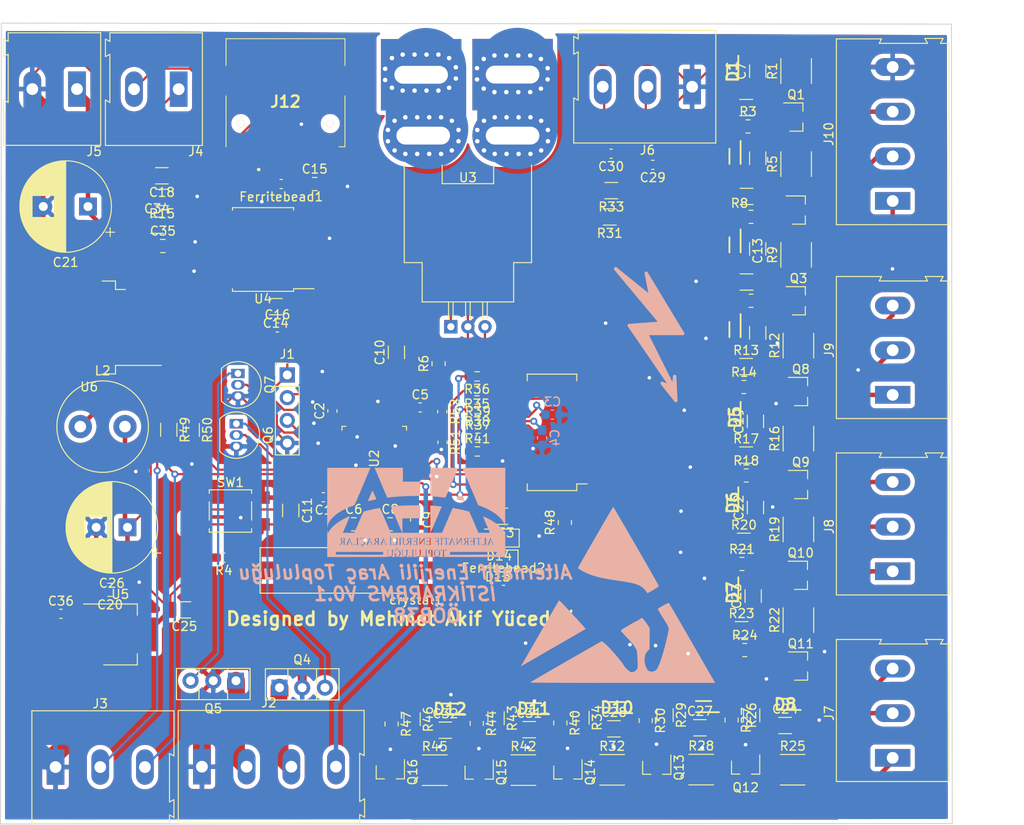
<source format=kicad_pcb>
(kicad_pcb (version 20211014) (generator pcbnew)
  (layers (0 "F.Cu" signal) (31 "B.Cu" signal) (34 "B.Paste" user) (35 "F.Paste" user) (36 "B.SilkS" user "B.Silkscreen") (37 "F.SilkS" user "F.Silkscreen") (38 "B.Mask" user) (39 "F.Mask" user) (44 "Edge.Cuts" user))
  (net 0 "")
  (net 1 "GND")
  (net 2 "+3V3")
  (net 3 "/Vref")
  (net 4 "/vreg")
  (net 5 "Net-(C6-Pad1)")
  (net 6 "/C1")
  (net 7 "Net-(C8-Pad1)")
  (net 8 "Net-(C10-Pad2)")
  (net 9 "Net-(C11-Pad2)")
  (net 10 "/C2")
  (net 11 "/C3")
  (net 12 "Net-(C15-Pad1)")
  (net 13 "/C4")
  (net 14 "Net-(C18-Pad1)")
  (net 15 "/C5")
  (net 16 "/+30V")
  (net 17 "/C6")
  (net 18 "/C7")
  (net 19 "/C8")
  (net 20 "+5V")
  (net 21 "/C9")
  (net 22 "/C10")
  (net 23 "/vtemp1")
  (net 24 "/vtemp2")
  (net 25 "/C11")
  (net 26 "/C12")
  (net 27 "/V+")
  (net 28 "/C1+")
  (net 29 "/C2+")
  (net 30 "/C3+")
  (net 31 "/C4+")
  (net 32 "/C5+")
  (net 33 "/C6+")
  (net 34 "/C7+")
  (net 35 "/C8+")
  (net 36 "/C9+")
  (net 37 "/C10+")
  (net 38 "/C11+")
  (net 39 "Net-(D13-Pad1)")
  (net 40 "/C12+")
  (net 41 "/SWCLOCK")
  (net 42 "/SWIO")
  (net 43 "/fan1")
  (net 44 "/fan2")
  (net 45 "Net-(J4-Pad2)")
  (net 46 "Net-(J4-Pad1)")
  (net 47 "Net-(Q1-Pad3)")
  (net 48 "Net-(Q1-Pad1)")
  (net 49 "Net-(Q2-Pad3)")
  (net 50 "Net-(Q2-Pad1)")
  (net 51 "Net-(Q3-Pad3)")
  (net 52 "Net-(Q3-Pad1)")
  (net 53 "Net-(Q4-Pad3)")
  (net 54 "Net-(Q5-Pad3)")
  (net 55 "Net-(Q8-Pad3)")
  (net 56 "Net-(Q8-Pad1)")
  (net 57 "Net-(Q9-Pad3)")
  (net 58 "Net-(Q9-Pad1)")
  (net 59 "Net-(Q10-Pad3)")
  (net 60 "Net-(Q10-Pad1)")
  (net 61 "Net-(Q11-Pad3)")
  (net 62 "Net-(Q11-Pad1)")
  (net 63 "Net-(Q12-Pad3)")
  (net 64 "Net-(Q12-Pad1)")
  (net 65 "Net-(Q13-Pad3)")
  (net 66 "Net-(Q13-Pad1)")
  (net 67 "Net-(Q14-Pad3)")
  (net 68 "Net-(Q14-Pad1)")
  (net 69 "Net-(Q15-Pad3)")
  (net 70 "Net-(Q15-Pad1)")
  (net 71 "Net-(Q16-Pad3)")
  (net 72 "Net-(Q16-Pad1)")
  (net 73 "/S1")
  (net 74 "/S2")
  (net 75 "/S3")
  (net 76 "/S4")
  (net 77 "/S5")
  (net 78 "/S6")
  (net 79 "/S7")
  (net 80 "/S8")
  (net 81 "/S9")
  (net 82 "/S10")
  (net 83 "/SDI")
  (net 84 "/CSBI")
  (net 85 "/GPIO1")
  (net 86 "/SCKI")
  (net 87 "/WDBT")
  (net 88 "/GPIO2")
  (net 89 "/S11")
  (net 90 "/S12")
  (net 91 "/SDO")
  (net 92 "Net-(C12-Pad1)")
  (net 93 "Net-(C27-Pad1)")
  (net 94 "/TX")
  (net 95 "/RX")
  (net 99 "/CMD")
  (net 100 "/DAT0")
  (net 101 "/CLK")
  (net 102 "/DAT3")
  (net 116 "/PB6")
  (net 117 "/PB5")
  (net 118 "/feedback1")
  (net 119 "/SCL")
  (net 120 "/SDA")
  (net 121 "/currentadc")
  (net 127 "Net-(R52-Pad1)")
  (net 129 "/flasor")
  (net 133 "unconnected-(U3-Pad4)")
  (net 134 "unconnected-(U3-Pad5)")
  (footprint "Capacitor_SMD:C_1206_3216Metric_Pad1.33x1.80mm_HandSolder" (layer "F.Cu") (at 251.11 77.7625 90)
    (fp_text reference "C23")
    (fp_text value "100nf100v")
  )
  (footprint "PDZ7.5B:SOD2512X110N" (layer "F.Cu") (at 249.078 57.742 -90)
    (fp_text reference "D5")
    (fp_text value "PDZ7.5B" hide)
  )
  (footprint "PDZ7.5B:SOD2512X110N" (layer "F.Cu") (at 248.824 67.31 -90)
    (fp_text reference "D6")
    (fp_text value "PDZ7.5B" hide)
  )
  (footprint "PDZ7.5B:SOD2512X110N" (layer "F.Cu") (at 248.824 77.386 -90)
    (fp_text reference "D7")
    (fp_text value "PDZ7.5B" hide)
  )
  (footprint "Diode_SMD:D_SOD-123" (layer "F.Cu") (at 222.55 73.61 180)
    (fp_text reference "D13")
    (fp_text value "MMSZ68V-HT")
  )
  (footprint "Diode_SMD:D_SOD-123" (layer "F.Cu") (at 222.68 71.27 180)
    (fp_text reference "D14")
    (fp_text value "1N4148W-HT")
  )
  (footprint "Package_TO_SOT_THT:TO-126-3_Vertical" (layer "F.Cu") (at 198.11 88.02)
    (fp_text reference "Q4")
    (fp_text value "BD140")
  )
  (footprint "Package_TO_SOT_THT:TO-126-3_Vertical" (layer "F.Cu") (at 193.24 87.24 180)
    (fp_text reference "Q5")
    (fp_text value "BD140")
  )
  (footprint "Package_TO_SOT_THT:TO-92_Inline" (layer "F.Cu") (at 193.46 52.84 -90)
    (fp_text reference "Q7")
    (fp_text value "BC547")
  )
  (footprint "Capacitor_SMD:C_0603_1608Metric_Pad1.08x0.95mm_HandSolder" (layer "F.Cu") (at 191.87 73.46 180)
    (fp_text reference "R4")
    (fp_text value "10k")
  )
  (footprint "Resistor_SMD:R_0805_2012Metric_Pad1.20x1.40mm_HandSolder" (layer "F.Cu") (at 250.078 54.356)
    (fp_text reference "R14")
    (fp_text value "100R")
  )
  (footprint "Resistor_SMD:R_0805_2012Metric_Pad1.20x1.40mm_HandSolder" (layer "F.Cu") (at 250.332 64.262)
    (fp_text reference "R18")
    (fp_text value "100R")
  )
  (footprint "Resistor_SMD:R_1206_3216Metric_Pad1.30x1.75mm_HandSolder" (layer "F.Cu") (at 250.068 71.628)
    (fp_text reference "R20")
    (fp_text value "3.3k")
  )
  (footprint "Resistor_SMD:R_0805_2012Metric_Pad1.20x1.40mm_HandSolder" (layer "F.Cu") (at 249.856 74.168)
    (fp_text reference "R21")
    (fp_text value "100R")
  )
  (footprint "Resistor_SMD:R_1206_3216Metric_Pad1.30x1.75mm_HandSolder" (layer "F.Cu") (at 249.814 81.534)
    (fp_text reference "R23")
    (fp_text value "3.3k")
  )
  (footprint "Resistor_SMD:R_0805_2012Metric_Pad1.20x1.40mm_HandSolder" (layer "F.Cu") (at 250.17 83.81)
    (fp_text reference "R24")
    (fp_text value "100R")
  )
  (footprint "Resistor_SMD:R_0603_1608Metric_Pad0.98x0.95mm_HandSolder" (layer "F.Cu") (at 220.3175 60.04)
    (fp_text reference "R37")
    (fp_text value "1M")
  )
  (footprint "Resistor_SMD:R_0603_1608Metric_Pad0.98x0.95mm_HandSolder" (layer "F.Cu") (at 220.3 58.52)
    (fp_text reference "R39")
    (fp_text value "1M")
  )
  (footprint "TerminalBlock:TerminalBlock_Altech_AK300-3_P5.00mm" (layer "F.Cu") (at 244.28 20.74 180)
    (fp_text reference "J6")
    (fp_text value "Screw_Terminal_01x03")
  )
  (footprint "Inductor_THT:L_Radial_D10.0mm_P5.00mm_Fastron_07M" (layer "F.Cu") (at 175.82 58.79)
    (fp_text reference "L2")
    (fp_text value "100uh")
  )
  (footprint "Capacitor_SMD:C_0603_1608Metric_Pad1.08x0.95mm_HandSolder" (layer "F.Cu") (at 204.03 57.04 90)
    (fp_text reference "C2")
    (fp_text value "100nf")
  )
  (footprint "Capacitor_SMD:C_0603_1608Metric_Pad1.08x0.95mm_HandSolder" (layer "F.Cu") (at 223.17 76.05)
    (fp_text reference "Ferritebead2")
    (fp_text value "BLM18PG330SN1D")
  )
  (footprint "Resistor_SMD:R_0603_1608Metric_Pad0.98x0.95mm_HandSolder" (layer "F.Cu") (at 220.2 54.82 180)
    (fp_text reference "R35")
    (fp_text value "1M")
  )
  (footprint "Capacitor_SMD:C_1206_3216Metric_Pad1.33x1.80mm_HandSolder" (layer "F.Cu") (at 222.9425 68.83 180)
    (fp_text reference "C33")
    (fp_text value "100nf 100v")
  )
  (footprint "Resistor_SMD:R_0603_1608Metric_Pad0.98x0.95mm_HandSolder" (layer "F.Cu") (at 220.2225 53.17 180)
    (fp_text reference "R36")
    (fp_text value "1M")
  )
  (footprint "Capacitor_SMD:C_0603_1608Metric_Pad1.08x0.95mm_HandSolder" (layer "F.Cu") (at 216.35 60.5525 -90)
    (fp_text reference "R51")
    (fp_text value "10k")
  )
  (footprint "Capacitor_SMD:C_0603_1608Metric_Pad1.08x0.95mm_HandSolder" (layer "F.Cu") (at 216.32 57.1125 -90)
    (fp_text reference "R52")
    (fp_text value "10k")
  )
  (footprint "Resistor_SMD:R_0603_1608Metric_Pad0.98x0.95mm_HandSolder" (layer "F.Cu") (at 220.2575 61.57)
    (fp_text reference "R41")
    (fp_text value "1M")
  )
  (footprint "Capacitor_SMD:C_0603_1608Metric" (layer "F.Cu") (at 239.875 29.48 180)
    (fp_text reference "C29")
    (fp_text value "1uf")
  )
  (footprint "Capacitor_SMD:C_1206_3216Metric_Pad1.33x1.80mm_HandSolder" (layer "F.Cu") (at 199.37 68.1775 -90)
    (fp_text reference "C11")
    (fp_text value "100nf 25v")
  )
  (footprint "Capacitor_SMD:C_1206_3216Metric_Pad1.33x1.80mm_HandSolder" (layer "F.Cu") (at 211.19 50.48 90)
    (fp_text reference "C10")
    (fp_text value "100nf")
  )
  (footprint "Capacitor_SMD:C_0603_1608Metric" (layer "F.Cu") (at 235.215 28.24 180)
    (fp_text reference "C30")
    (fp_text value "1uf")
  )
  (footprint "Resistor_SMD:R_1206_3216Metric_Pad1.30x1.75mm_HandSolder" (layer "F.Cu") (at 235.24 32.37 180)
    (fp_text reference "R33")
    (fp_text value "100k")
  )
  (footprint "Resistor_SMD:R_1206_3216Metric_Pad1.30x1.75mm_HandSolder" (layer "F.Cu") (at 235.07 35.32 180)
    (fp_text reference "R31")
    (fp_text value "100k")
  )
  (footprint "Connector_PinHeader_2.54mm:PinHeader_1x04_P2.54mm_Vertical" (layer "F.Cu") (at 198.98 53.01)
    (fp_text reference "J1")
    (fp_text value "debug")
  )
  (footprint "Capacitor_SMD:C_0805_2012Metric_Pad1.18x1.45mm_HandSolder" (layer "F.Cu") (at 202.0475 31.63)
    (fp_text reference "C15")
    (fp_text value "10uf10V")
  )
  (footprint "TerminalBlock:TerminalBlock_Altech_AK300-4_P5.00mm" (layer "F.Cu") (at 189.43 96.87)
    (fp_text reference "J2")
    (fp_text value "fan kontrol")
  )
  (footprint "TerminalBlock:TerminalBlock_Altech_AK300-2_P5.00mm" (layer "F.Cu") (at 186.83 21.01 180)
    (fp_text reference "J4")
    (fp_text value "can port")
  )
  (footprint "Package_SO:SOP-8_6.62x9.15mm_P2.54mm" (layer "F.Cu") (at 196.27 38.96 180)
    (fp_text reference "U4")
    (fp_text value "ISO1050DUB")
  )
  (footprint "Resistor_SMD:R_1206_3216Metric_Pad1.30x1.75mm_HandSolder" (layer "F.Cu") (at 250.33 23.07)
    (fp_text reference "R2" hide)
    (fp_text value "3.3k" hide)
  )
  (footprint "Resistor_SMD:R_0805_2012Metric_Pad1.20x1.40mm_HandSolder" (layer "F.Cu") (at 250.54 25.18)
    (fp_text reference "R3")
    (fp_text value "100R")
  )
  (footprint "PDZ7.5B:SOD2512X110N" (layer "F.Cu") (at 248.824 18.989 -90)
    (fp_text reference "D1")
    (fp_text value "PDZ7.5B" hide)
  )
  (footprint "Capacitor_SMD:C_1206_3216Metric_Pad1.33x1.80mm_HandSolder" (layer "F.Cu") (at 251.618 18.989 90)
    (fp_text reference "C7")
    (fp_text value "100nf100v")
  )
  (footprint "Resistor_SMD:R_1206_3216Metric_Pad1.30x1.75mm_HandSolder" (layer "F.Cu") (at 250.374 33.02)
    (fp_text reference "R7" hide)
    (fp_text value "3.3k" hide)
  )
  (footprint "PDZ7.5B:SOD2512X110N" (layer "F.Cu") (at 249.078 28.532 -90)
    (fp_text reference "D2" hide)
    (fp_text value "PDZ7.5B" hide)
  )
  (footprint "Capacitor_SMD:C_1206_3216Metric_Pad1.33x1.80mm_HandSolder" (layer "F.Cu") (at 251.618 28.7405 90)
    (fp_text reference "C12" hide)
    (fp_text value "100nf100v" hide)
  )
  (footprint "Capacitor_SMD:C_1206_3216Metric_Pad1.33x1.80mm_HandSolder" (layer "F.Cu") (at 187.4625 79.31 180)
    (fp_text reference "C25")
    (fp_text value "100nf")
  )
  (footprint "TerminalBlock:TerminalBlock_Altech_AK300-2_P5.00mm" (layer "F.Cu") (at 175.45 21 180)
    (fp_text reference "J5")
    (fp_text value "30V vin")
  )
  (footprint "TerminalBlock:TerminalBlock_Altech_AK300-3_P5.00mm" (layer "F.Cu") (at 173.05 96.91)
    (fp_text reference "J3")
    (fp_text value "Screw_Terminal_01x03")
  )
  (footprint "Resistor_SMD:R_0805_2012Metric_Pad1.20x1.40mm_HandSolder" (layer "F.Cu") (at 250.872 35.306)
    (fp_text reference "R8")
    (fp_text value "100R")
  )
  (footprint "PDZ7.5B:SOD2512X110N" (layer "F.Cu") (at 249.078 38.438 -90)
    (fp_text reference "D3" hide)
    (fp_text value "PDZ7.5B" hide)
  )
  (footprint "Resistor_SMD:R_0805_2012Metric_Pad1.20x1.40mm_HandSolder" (layer "F.Cu") (at 250.872 44.704)
    (fp_text reference "R11" hide)
    (fp_text value "100R" hide)
  )
  (footprint "Resistor_SMD:R_1206_3216Metric_Pad1.30x1.75mm_HandSolder" (layer "F.Cu") (at 250.372 42.602)
    (fp_text reference "R10" hide)
    (fp_text value "3.3k" hide)
  )
  (footprint "PDZ7.5B:SOD2512X110N" (layer "F.Cu") (at 249.078 47.922 -90)
    (fp_text reference "D4" hide)
    (fp_text value "PDZ7.5B" hide)
  )
  (footprint "Capacitor_SMD:C_1206_3216Metric_Pad1.33x1.80mm_HandSolder" (layer "F.Cu") (at 251.618 38.9005 90)
    (fp_text reference "C13")
    (fp_text value "100nf100v")
  )
  (footprint "Capacitor_SMD:C_1206_3216Metric_Pad1.33x1.80mm_HandSolder" (layer "F.Cu") (at 251.364 58.2045 90)
    (fp_text reference "C19")
    (fp_text value "100nf100v")
  )
  (footprint "Resistor_SMD:R_1206_3216Metric_Pad1.30x1.75mm_HandSolder" (layer "F.Cu") (at 250.322 61.976)
    (fp_text reference "R17")
    (fp_text value "3.3k")
  )
  (footprint "Capacitor_SMD:C_1206_3216Metric_Pad1.33x1.80mm_HandSolder" (layer "F.Cu") (at 251.618 48.2985 90)
    (fp_text reference "C17" hide)
    (fp_text value "100nf100v" hide)
  )
  (footprint "Resistor_SMD:R_1206_3216Metric_Pad1.30x1.75mm_HandSolder" (layer "F.Cu") (at 250.322 52.07)
    (fp_text reference "R13")
    (fp_text value "3.3k")
  )
  (footprint "Capacitor_SMD:C_1206_3216Metric_Pad1.33x1.80mm_HandSolder" (layer "F.Cu") (at 251.364 67.8565 90)
    (fp_text reference "C22")
    (fp_text value "100nf100v")
  )
  (footprint "Capacitor_SMD:C_0603_1608Metric_Pad1.08x0.95mm_HandSolder" (layer "F.Cu") (at 213.284 69.222 -90)
    (fp_text reference "C9")
    (fp_text value "100nf")
  )
  (footprint "Capacitor_SMD:C_0603_1608Metric_Pad1.08x0.95mm_HandSolder" (layer "F.Cu") (at 213.8475 56.65)
    (fp_text reference "C5")
    (fp_text value "100nf" hide)
  )
  (footprint "Capacitor_SMD:C_0603_1608Metric_Pad1.08x0.95mm_HandSolder" (layer "F.Cu") (at 203.0175 66.7 180)
    (fp_text reference "C1")
    (fp_text value "100nf")
  )
  (footprint "Package_QFP:LQFP-48_7x7mm_P0.5mm" (layer "F.Cu") (at 208.712 62.364 90)
    (fp_text reference "U2")
    (fp_text value "STM32F303CCTx" hide)
  )
  (footprint "Capacitor_SMD:C_0805_2012Metric_Pad1.18x1.45mm_HandSolder" (layer "F.Cu") (at 206.426 69.73)
    (fp_text reference "C6")
    (fp_text value "18pf")
  )
  (footprint "Capacitor_SMD:C_0805_2012Metric_Pad1.18x1.45mm_HandSolder" (layer "F.Cu") (at 210.49 69.73)
    (fp_text reference "C8")
    (fp_text value "18pf")
  )
  (footprint "Button_Switch_SMD:SW_SPST_TL3305C" (layer "F.Cu") (at 192.62 68.24)
    (fp_text reference "SW1")
    (fp_text value "SW_Push")
  )
  (footprint "Crystal:Crystal_SMD_HC49-SD_HandSoldering" (layer "F.Cu") (at 206.01 74.89)
    (fp_text reference "crystal1")
    (fp_text value "8Mhz")
  )
  (footprint "Resistor_SMD:R_0805_2012Metric_Pad1.20x1.40mm_HandSolder" (layer "F.Cu") (at 230.04 69.53 90)
    (fp_text reference "R48")
    (fp_text value "100R")
  )
  (footprint "Resistor_SMD:R_0603_1608Metric_Pad0.98x0.95mm_HandSolder" (layer "F.Cu") (at 220.2225 56.8 180)
    (fp_text reference "R38")
    (fp_text value "1M")
  )
  (footprint "Package_TO_SOT_SMD:SOT-23" (layer "F.Cu") (at 255.918 24.13)
    (fp_text reference "Q1")
    (fp_text value "PJA3417")
  )
  (footprint "Package_TO_SOT_SMD:SOT-23" (layer "F.Cu") (at 256.188 34.544)
    (fp_text reference "Q2" hide)
    (fp_text value "PJA3417" hide)
  )
  (footprint "Package_TO_SOT_SMD:SOT-23" (layer "F.Cu") (at 256.442 54.864)
    (fp_text reference "Q8")
    (fp_text value "PJA3417")
  )
  (footprint "Package_TO_SOT_SMD:SOT-23" (layer "F.Cu") (at 256.442 85.598)
    (fp_text reference "Q11")
    (fp_text value "PJA3417")
  )
  (footprint "Package_TO_SOT_SMD:SOT-23" (layer "F.Cu") (at 256.442 65.278)
    (fp_text reference "Q9")
    (fp_text value "PJA3417")
  )
  (footprint "Package_TO_SOT_SMD:SOT-23" (layer "F.Cu") (at 256.426 75.438)
    (fp_text reference "Q10")
    (fp_text value "PJA3417")
  )
  (footprint "Package_TO_SOT_SMD:SOT-23" (layer "F.Cu") (at 256.188 44.704)
    (fp_text reference "Q3")
    (fp_text value "PJA3417")
  )
  (footprint "Resistor_SMD:R_1812_4532Metric_Pad1.30x3.40mm_HandSolder" (layer "F.Cu") (at 256.172 49.723 90)
    (fp_text reference "R12")
    (fp_text value "33R")
  )
  (footprint "Resistor_SMD:R_1812_4532Metric_Pad1.30x3.40mm_HandSolder" (layer "F.Cu") (at 255.918 29.403 90)
    (fp_text reference "R5")
    (fp_text value "33R")
  )
  (footprint "Resistor_SMD:R_1812_4532Metric_Pad1.30x3.40mm_HandSolder" (layer "F.Cu") (at 255.918 39.563 90)
    (fp_text reference "R9")
    (fp_text value "33R")
  )
  (footprint "Resistor_SMD:R_1812_4532Metric_Pad1.30x3.40mm_HandSolder" (layer "F.Cu") (at 256.172 60.137 90)
    (fp_text reference "R16")
    (fp_text value "33R")
  )
  (footprint "Resistor_SMD:R_1812_4532Metric_Pad1.30x3.40mm_HandSolder" (layer "F.Cu") (at 255.918 18.989 90)
    (fp_text reference "R1")
    (fp_text value "33R")
  )
  (footprint "Resistor_SMD:R_1812_4532Metric_Pad1.30x3.40mm_HandSolder" (layer "F.Cu") (at 256.172 70.297 90)
    (fp_text reference "R19")
    (fp_text value "33R")
  )
  (footprint "Resistor_SMD:R_1812_4532Metric_Pad1.30x3.40mm_HandSolder" (layer "F.Cu") (at 256.172 80.457 90)
    (fp_text reference "R22")
    (fp_text value "33R")
  )
  (footprint "TerminalBlock:TerminalBlock_Altech_AK300-3_P5.00mm" (layer "F.Cu") (at 266.72 74.99 90)
    (fp_text reference "J8")
    (fp_text value "Screw_Terminal_01x03")
  )
  (footprint "TerminalBlock:TerminalBlock_Altech_AK300-3_P5.00mm" (layer "F.Cu") (at 266.72 55.236 90)
    (fp_text reference "J9")
    (fp_text value "Screw_Terminal_01x03")
  )
  (footprint "TerminalBlock:TerminalBlock_Altech_AK300-4_P5.00mm" (layer "F.Cu") (at 266.72 33.53 90)
    (fp_text reference "J10")
    (fp_text value "Screw_Terminal_01x04")
  )
  (footprint "TerminalBlock:TerminalBlock_Altech_AK300-3_P5.00mm" (layer "F.Cu") (at 266.72 95.876 90)
    (fp_text reference "J7")
    (fp_text value "Screw_Terminal_01x03")
  )
  (footprint "Capacitor_THT:CP_Radial_D10.0mm_P5.00mm" (layer "F.Cu") (at 176.68 34.15 180)
    (fp_text reference "C21")
    (fp_text value "100uf")
  )
  (footprint "Capacitor_SMD:C_0603_1608Metric" (layer "F.Cu") (at 197.875 47.69)
    (fp_text reference "C16")
    (fp_text value "1uf")
  )
  (footprint "Capacitor_SMD:C_1206_3216Metric_Pad1.33x1.80mm_HandSolder" (layer "F.Cu") (at 197.6925 45.36 180)
    (fp_text reference "C14")
    (fp_text value "100nf")
  )
  (footprint "Capacitor_THT:CP_Radial_D10.0mm_P3.50mm" (layer "F.Cu") (at 181.1 70.07 180)
    (fp_text reference "C26")
    (fp_text value "330uf")
  )
  (footprint "Package_TO_SOT_SMD:SOT-223-3_TabPin2" (layer "F.Cu") (at 180.29 82.06)
    (fp_text reference "U5")
    (fp_text value "LM1117-3.3")
  )
  (footprint "Package_TO_SOT_SMD:TO-263-5_TabPin6" (layer "F.Cu") (at 176.81 47.69 180)
    (fp_text reference "U6")
    (fp_text value "TL2575HV-33IKTTR")
  )
  (footprint "Resistor_SMD:R_0805_2012Metric_Pad1.20x1.40mm_HandSolder" (layer "F.Cu") (at 215.91 51.74 90)
    (fp_text reference "R6")
    (fp_text value "100R")
  )
  (footprint "Sensor_Current:Allegro_CB_PFF" (layer "F.Cu") (at 217.28 47.61)
    (fp_text reference "U3")
    (fp_text value "ACS770LCB")
  )
  (footprint "112I-TDAR-R:112ITDARR" (layer "F.Cu") (at 198.78 21.91 180)
    (fp_text reference "J12")
    (fp_text value "112I-TDAR-R" hide)
  )
  (footprint "Capacitor_SMD:C_0603_1608Metric_Pad1.08x0.95mm_HandSolder" (layer "F.Cu") (at 173.65 79.75)
    (fp_text reference "C36")
    (fp_text value "22uf")
  )
  (footprint "Package_TO_SOT_THT:TO-92_Inline" (layer "F.Cu") (at 193.28 58.47 -90)
    (fp_text reference "Q6")
    (fp_text value "BC547")
  )
  (footprint "Resistor_SMD:R_1206_3216Metric_Pad1.30x1.75mm_HandSolder" (layer "F.Cu") (at 188.23 59.16 -90)
    (fp_text reference "R50")
    (fp_text value "3.3k")
  )
  (footprint "Resistor_SMD:R_1206_3216Metric_Pad1.30x1.75mm_HandSolder" (layer "F.Cu") (at 185.72 59.15 -90)
    (fp_text reference "R49")
    (fp_text value "3.3k")
  )
  (footprint "PDZ7.5B:SOD2512X110N" (layer "F.Cu") (at 254.7 89.886 180)
    (fp_text reference "D8")
    (fp_text value "PDZ7.5B" hide)
  )
  (footprint "PDZ7.5B:SOD2512X110N" (layer "F.Cu") (at 245.556 90.14 180)
    (fp_text reference "D9" hide)
    (fp_text value "PDZ7.5B" hide)
  )
  (footprint "PDZ7.5B:SOD2512X110N" (layer "F.Cu") (at 235.86 90.25 180)
    (fp_text reference "D10")
    (fp_text value "PDZ7.5B" hide)
  )
  (footprint "PDZ7.5B:SOD2512X110N" (layer "F.Cu") (at 226.55 90.37 180)
    (fp_text reference "D11")
    (fp_text value "PDZ7.5B" hide)
  )
  (footprint "PDZ7.5B:SOD2512X110N" (layer "F.Cu") (at 217.18 90.42 180)
    (fp_text reference "D12")
    (fp_text value "PDZ7.5B" hide)
  )
  (footprint "Resistor_SMD:R_0805_2012Metric_Pad1.20x1.40mm_HandSolder" (layer "F.Cu") (at 248.688 91.648 -90)
    (fp_text reference "R27")
    (fp_text value "100R")
  )
  (footprint "Resistor_SMD:R_0805_2012Metric_Pad1.20x1.40mm_HandSolder" (layer "F.Cu") (at 229.53 91.97 -90)
    (fp_text reference "R40")
    (fp_text value "100R")
  )
  (footprint "Resistor_SMD:R_0805_2012Metric_Pad1.20x1.40mm_HandSolder" (layer "F.Cu") (at 220.18 92.02 -90)
    (fp_text reference "R44")
    (fp_text value "100R")
  )
  (footprint "Resistor_SMD:R_0805_2012Metric_Pad1.20x1.40mm_HandSolder" (layer "F.Cu") (at 210.65 92.09 -90)
    (fp_text reference "R47")
    (fp_text value "100R")
  )
  (footprint "Resistor_SMD:R_0805_2012Metric_Pad1.20x1.40mm_HandSolder" (layer "F.Cu") (at 239.08 91.7 -90)
    (fp_text reference "R30")
    (fp_text value "100R")
  )
  (footprint "Capacitor_SMD:C_1206_3216Metric_Pad1.33x1.80mm_HandSolder" (layer "F.Cu") (at 254.6825 92.26)
    (fp_text reference "C24")
    (fp_text value "100nf100v")
  )
  (footprint "Capacitor_SMD:C_1206_3216Metric_Pad1.33x1.80mm_HandSolder" (layer "F.Cu") (at 226.0475 92.72)
    (fp_text reference "C31")
    (fp_text value "100nf1000v")
  )
  (footprint "Capacitor_SMD:C_1206_3216Metric_Pad1.33x1.80mm_HandSolder" (layer "F.Cu") (at 216.6675 92.78)
    (fp_text reference "C32")
    (fp_text value "100nf100v")
  )
  (footprint "Package_TO_SOT_SMD:SOT-23" (layer "F.Cu") (at 240.32 96.96 -90)
    (fp_text reference "Q13")
    (fp_text value "PJA3417")
  )
  (footprint "Package_TO_SOT_SMD:SOT-23" (layer "F.Cu") (at 210.51 97.47 -90)
    (fp_text reference "Q16")
    (fp_text value "PJA3417")
  )
  (footprint "Package_TO_SOT_SMD:SOT-23" (layer "F.Cu") (at 220.45 97.5 -90)
    (fp_text reference "Q15")
    (fp_text value "PJA3417")
  )
  (footprint "Package_TO_SOT_SMD:SOT-23" (layer "F.Cu") (at 230.38 97.49 -90)
    (fp_text reference "Q14")
    (fp_text value "PJA3417")
  )
  (footprint "Package_TO_SOT_SMD:SOT-23" (layer "F.Cu") (at 250.266 96.938 -90)
    (fp_text reference "Q12")
    (fp_text value "PJA3417")
  )
  (footprint "Resistor_SMD:R_1206_3216Metric_Pad1.30x1.75mm_HandSolder" (layer "F.Cu") (at 212.94 91.55 -90)
    (fp_text reference "R46")
    (fp_text value "3.3k")
  )
  (footprint "Resistor_SMD:R_1812_4532Metric_Pad1.30x3.40mm_HandSolder" (layer "F.Cu") (at 245.295 97.19)
    (fp_text reference "R28")
    (fp_text value "33R")
  )
  (footprint "Resistor_SMD:R_1206_3216Metric_Pad1.30x1.75mm_HandSolder" (layer "F.Cu") (at 231.84 91.39 -90)
    (fp_text reference "R34")
    (fp_text value "3.3k")
  )
  (footprint "Resistor_SMD:R_1206_3216Metric_Pad1.30x1.75mm_HandSolder" (layer "F.Cu") (at 241.25 91.1 -90)
    (fp_text reference "R29")
    (fp_text value "3.3k")
  )
  (footprint "Resistor_SMD:R_1812_4532Metric_Pad1.30x3.40mm_HandSolder" (layer "F.Cu") (at 215.485 97.26)
    (fp_text reference "R45")
    (fp_text value "33R")
  )
  (footprint "Resistor_SMD:R_1812_4532Metric_Pad1.30x3.40mm_HandSolder" (layer "F.Cu") (at 235.335 97.22)
    (fp_text reference "R32")
    (fp_text value "33R")
  )
  (footprint "Resistor_SMD:R_1812_4532Metric_Pad1.30x3.40mm_HandSolder" (layer "F.Cu") (at 255.534 97.208)
    (fp_text reference "R25")
    (fp_text value "33R")
  )
  (footprint "Resistor_SMD:R_1812_4532Metric_Pad1.30x3.40mm_HandSolder" (layer "F.Cu") (at 225.4 97.25)
    (fp_text reference "R42")
    (fp_text value "33R")
  )
  (footprint "Resistor_SMD:R_1206_3216Metric_Pad1.30x1.75mm_HandSolder" (layer "F.Cu") (at 222.34 91.44 -90)
    (fp_text reference "R43")
    (fp_text value "3.3k")
  )
  (footprint "Resistor_SMD:R_1206_3216Metric_Pad1.30x1.75mm_HandSolder" (layer "F.Cu") (at 250.94 91.12 -90)
    (fp_text reference "R26")
    (fp_text value "3.3k")
  )
  (footprint "Capacitor_SMD:C_1206_3216Metric_Pad1.33x1.80mm_HandSolder" (layer "F.Cu") (at 245.1525 92.51)
    (fp_text reference "C27")
    (fp_text value "100nf100v")
  )
  (footprint "Capacitor_SMD:C_1206_3216Metric_Pad1.33x1.80mm_HandSolder" (layer "F.Cu") (at 235.5275 92.63)
    (fp_text reference "C28")
    (fp_text value "100nf100v")
  )
  (footprint "Capacitor_SMD:C_1206_3216Metric_Pad1.33x1.80mm_HandSolder" (layer "F.Cu") (at 184.4 36.24)
    (fp_text reference "C34")
    (fp_text value "100nf 25v")
  )
  (footprint "Capacitor_SMD:C_0805_2012Metric_Pad1.18x1.45mm_HandSolder" (layer "F.Cu") (at 185.0575 38.57)
    (fp_text reference "C35")
    (fp_text value "10uf10V")
  )
  (footprint "Capacitor_SMD:C_1206_3216Metric_Pad1.33x1.80mm_HandSolder" (layer "F.Cu") (at 184.9475 30.71 180)
    (fp_text reference "C18")
    (fp_text value "10nf100v")
  )
  (footprint "Resistor_SMD:R_1206_3216Metric_Pad1.30x1.75mm_HandSolder" (layer "F.Cu") (at 184.97 33.13 180)
    (fp_text reference "R15")
    (fp_text value "4.7M")
  )
  (footprint "Capacitor_SMD:C_0603_1608Metric_Pad1.08x0.95mm_HandSolder" (layer "F.Cu") (at 198.2975 31.63 180)
    (fp_text reference "Ferritebead1")
    (fp_text value "BLM18PG330SN1D")
  )
  (footprint "Package_SO:SSOP-44_5.3x12.8mm_P0.5mm" (layer "F.Cu") (at 228.6 59.436 180)
    (fp_text reference "U1" hide)
    (fp_text value "LTC6803-2" hide)
  )
  (footprint "Capacitor_SMD:C_0805_2012Metric_Pad1.18x1.45mm_HandSolder" (layer "F.Cu") (at 179.1525 77.06 180)
    (fp_text reference "C20")
    (fp_text value "10uf10V")
  )
  (footprint "Capacitor_SMD:C_0603_1608Metric_Pad1.08x0.95mm_HandSolder" (layer "B.Cu") (at 227.49 60.0425 90)
    (fp_text reference "C4")
    (fp_text value "1uf63v")
  )
  (footprint "Capacitor_SMD:C_0603_1608Metric" (layer "B.Cu") (at 228.645 57.45 180)
    (fp_text reference "C3")
    (fp_text value "1uf63v")
  )
  (footprint "Symbol:ESD-Logo_22x20mm_SilkScreen" (layer "B.Cu") (at 235.97 77.58 180)
    (fp_text reference "" hide)
    (fp_text value "ESD-Logo_22x20mm_SilkScreen" hide)
  )
  (footprint "aeafootprınt:aeafootprınt" (layer "B.Cu") (at 213.41 68.38 180)
    (fp_text reference "G***" hide)
    (fp_text value "LOGO" hide)
  )
  (footprint "Symbol:Symbol_HighVoltage_Type1_CopperTop_Big" (layer "B.Cu") (at 240.04 47.98 180)
    (fp_text reference " ")
    (fp_text value " ")
  )
  (gr_line (start 166.99 13.62) (end 273.3 13.73) (layer "Edge.Cuts") (width 0.1))
  (gr_line (start 273.3 13.73) (end 273.39 103.23) (layer "Edge.Cuts") (width 0.1))
  (gr_line (start 166.89 103.28) (end 166.99 13.62) (layer "Edge.Cuts") (width 0.1))
  (gr_line (start 273.39 103.23) (end 166.89 103.28) (layer "Edge.Cuts") (width 0.1))
  (gr_text "Alternatif Enerjili Araç Topluluğu\nİSTİKRARBMS V0.1\n" (at 212.21 76.33) (layer "B.SilkS") (effects (font (size 1.5 1.5) (thickness 0.3) italic) (justify mirror)))
  (gr_text "ÖÖB38" (at 214.61 79.98) (layer "B.SilkS") (effects (font (size 1.5 1.5) (thickness 0.3)) (justify mirror)))
  (gr_text "Designed by Mehmet Akif Yücedağ " (at 212.24 80.31) (layer "F.SilkS") (effects (font (size 1.5 1.5) (thickness 0.3))))
  (segment (start 196.13 33.61) (end 196.13 33.43) (width 0.25) (layer "F.Cu") (net 1))
  (segment (start 206.656 63.114) (end 206.806 63.114) (width 0.25) (layer "F.Cu") (net 1))
  (segment (start 207.4635 69.73) (end 207.4635 71.2755) (width 0.25) (layer "F.Cu") (net 1))
  (segment (start 207.4635 71.2755) (end 207.696 71.508) (width 0.25) (layer "F.Cu") (net 1))
  (segment (start 211.5275 69.73) (end 211.5275 69.005) (width 0.25) (layer "F.Cu") (net 1))
  (segment (start 211.5275 69.005) (end 211.33201 68.80951) (width 0.25) (layer "F.Cu") (net 1))
  (segment (start 211.33201 68.80951) (end 210.2031 68.80951) (width 0.25) (layer "F.Cu") (net 1))
  (segment (start 210.2031 68.80951) (end 209.462 68.06841) (width 0.25) (layer "F.Cu") (net 1))
  (segment (start 209.462 68.06841) (end 209.462 66.5265) (width 0.25) (layer "F.Cu") (net 1))
  (segment (start 213.284 70.0845) (end 211.882 70.0845) (width 0.25) (layer "F.Cu") (net 1))
  (segment (start 211.882 70.0845) (end 211.5275 69.73) (width 0.25) (layer "F.Cu") (net 1))
  (segment (start 211.5275 69.73) (end 211.5275 70.9785) (width 0.25) (layer "F.Cu") (net 1))
  (segment (start 211.5275 70.9785) (end 210.998 71.508) (width 0.25) (layer "F.Cu") (net 1))
  (segment (start 183.385 33.095) (end 183.42 33.13) (width 0.25) (layer "F.Cu") (net 1))
  (segment (start 183.385 30.71) (end 183.385 33.095) (width 0.25) (layer "F.Cu") (net 1))
  (segment (start 240.65 24.37) (end 244.28 20.74) (width 0.25) (layer "F.Cu") (net 1))
  (segment (start 172.7875 84.8575) (end 177.04 89.11) (width 0.5) (layer "F.Cu") (net 1))
  (segment (start 173.05 96.91) (end 173.05 95.5) (width 2) (layer "F.Cu") (net 1))
  (segment (start 219.19 47.61) (end 219.19 45.46) (width 0.25) (layer "F.Cu") (net 1))
  (segment (start 200.65 86.09) (end 200.65 88.02) (width 1) (layer "F.Cu") (net 1))
  (segment (start 206.462 59.602) (end 206.8 59.94) (width 0.25) (layer "F.Cu") (net 1))
  (segment (start 170.45 19.45) (end 170.45 21) (width 0.25) (layer "F.Cu") (net 1))
  (segment (start 211.906 60.114) (end 211.06 60.96) (width 0.25) (layer "F.Cu") (net 1))
  (segment (start 226.510998 55.686) (end 226.531999 55.664999) (width 0.25) (layer "F.Cu") (net 1))
  (segment (start 210.24 47.3) (end 212.84 47.3) (width 0.25) (layer "F.Cu") (net 1))
  (segment (start 209.76001 50.71001) (end 209.76001 47.77999) (width 0.25) (layer "F.Cu") (net 1))
  (segment (start 202.155 65.805) (end 202.155 66.7) (width 0.25) (layer "F.Cu") (net 1))
  (segment (start 227.33001 63.38001) (end 227.33001 64.552402) (width 0.25) (layer "F.Cu") (net 1))
  (segment (start 173.435 47.69) (end 173.435 65.905) (width 0.5) (layer "F.Cu") (net 1))
  (segment (start 213.57251 55.03751) (end 212.81682 55.03751) (width 0.25) (layer "F.Cu") (net 1))
  (segment (start 225.982998 58.686) (end 225.225 58.686) (width 0.25) (layer "F.Cu") (net 1))
  (segment (start 175.765002 17.76) (end 172.14 17.76) (width 0.25) (layer "F.Cu") (net 1))
  (segment (start 229.55501 22.28499) (end 233.55 18.29) (width 0.25) (layer "F.Cu") (net 1))
  (segment (start 191.81 56.51) (end 191.81 60.54) (width 0.25) (layer "F.Cu") (net 1))
  (segment (start 189.43 93.63) (end 189.43 96.87) (width 2) (layer "F.Cu") (net 1))
  (segment (start 226.531999 55.664999) (end 228.444999 55.664999) (width 0.25) (layer "F.Cu") (net 1))
  (segment (start 240.65 29.48) (end 240.65 24.37) (width 0.25) (layer "F.Cu") (net 1))
  (segment (start 213.284 70.0845) (end 220.1255 70.0845) (width 0.25) (layer "F.Cu") (net 1))
  (segment (start 171.68 22.23) (end 170.45 21) (width 0.5) (layer "F.Cu") (net 1))
  (segment (start 224.277422 67.60499) (end 222.60501 67.60499) (width 0.25) (layer "F.Cu") (net 1))
  (segment (start 205.74109 56.1775) (end 206.462 56.89841) (width 0.25) (layer "F.Cu") (net 1))
  (segment (start 173.05 95.5) (end 176.38 92.17) (width 2) (layer "F.Cu") (net 1))
  (segment (start 204.456 63.114) (end 204.452 63.11) (width 0.25) (layer "F.Cu") (net 1))
  (segment (start 220.1255 70.0845) (end 221.38 68.83) (width 0.25) (layer "F.Cu") (net 1))
  (segment (start 200.09999 85.53999) (end 200.65 86.09) (width 1) (layer "F.Cu") (net 1))
  (segment (start 171.68 34.15) (end 171.68 22.23) (width 0.5) (layer "F.Cu") (net 1))
  (segment (start 172.7875 79.75) (end 172.7875 84.8575) (width 0.5) (layer "F.Cu") (net 1))
  (segment (start 191.81 60.54) (end 192.28 61.01) (width 0.25) (layer "F.Cu") (net 1))
  (segment (start 189.025 79.31) (end 189.025 85.565) (width 0.5) (layer "F.Cu") (net 1))
  (segment (start 197.1 47.69) (end 197.1 46.33) (width 0.25) (layer "F.Cu") (net 1))
  (segment (start 171.68 45.935) (end 173.435 47.69) (width 0.5) (layer "F.Cu") (net 1))
  (segment (start 212.81682 55.03751) (end 211.19 53.41069) (width 0.25) (layer "F.Cu") (net 1))
  (segment (start 190.7 87.24) (end 190.7 86.58) (width 1) (layer "F.Cu") (net 1))
  (segment (start 203.346 64.614) (end 202.155 65.805) (width 0.25) (layer "F.Cu") (net 1))
  (segment (start 206.462 57.398298) (end 206.462 58.2015) (width 0.25) (layer "F.Cu") (net 1))
  (segment (start 226.48 59.183002) (end 225.982998 58.686) (width 0.25) (layer "F.Cu") (net 1))
  (segment (start 214.71 56.65) (end 214.71 56.175) (width 0.25) (layer "F.Cu") (net 1))
  (segment (start 211.19 52.0425) (end 209.96499 50.81749) (width 0.25) (layer "F.Cu") (net 1))
  (segment (start 213.677702 60.114) (end 214.71 59.081702) (width 0.25) (layer "F.Cu") (net 1))
  (segment (start 206.656 63.310702) (end 206.656 63.114) (width 0.25) (layer "F.Cu") (net 1))
  (segment (start 220.9 73.61) (end 220.9 71.4) (width 0.25) (layer "F.Cu") (net 1))
  (segment (start 194.59001 31.89001) (end 194.59001 28.47001) (width 0.25) (layer "F.Cu") (net 1))
  (segment (start 177.94 19.934998) (end 175.765002 17.76) (width 0.25) (layer "F.Cu") (net 1))
  (segment (start 226.044 61.686) (end 226.48 61.25) (width 0.25) (layer "F.Cu") (net 1))
  (segment (start 225.225 61.686) (end 226.044 61.686) (width 0.25) (layer "F.Cu") (net 1))
  (segment (start 171.68 34.15) (end 171.68 45.935) (width 0.5) (layer "F.Cu") (net 1))
  (segment (start 193.73 55.38) (end 198.98 60.63) (width 0.25) (layer "F.Cu") (net 1))
  (segment (start 221.03 69.18) (end 221.38 68.83) (width 0.25) (layer "F.Cu") (net 1))
  (segment (start 187.97 92.17) (end 189.43 93.63) (width 2) (layer "F.Cu") (net 1))
  (segment (start 177.94 24.42) (end 177.94 19.934998) (width 0.25) (layer "F.Cu") (net 1))
  (segment (start 173.435 65.905) (end 177.6 70.07) (width 0.5) (layer "F.Cu") (net 1))
  (segment (start 182.585 44.29) (end 176.835 44.29) (width 0.5) (layer "F.Cu") (net 1))
  (segment (start 219.19 45.46) (end 229.55501 35.09499) (width 0.25) (layer "F.Cu") (net 1))
  (segment (start 204.94899 64.58901) (end 205.377692 64.58901) (width 0.25) (layer "F.Cu") (net 1))
  (segment (start 214.35641 49.44) (end 212.84 47.92359) (width 0.25) (layer "F.Cu") (net 1))
  (segment (start 214.71 56.175) (end 213.57251 55.03751) (width 0.25) (layer "F.Cu") (net 1))
  (segment (start 229.23 59.81) (end 227.79 61.25) (width 0.25) (layer "F.Cu") (net 1))
  (segment (start 225.225 62.686) (end 226.636 62.686) (width 0.25) (layer "F.Cu") (net 1))
  (segment (start 226.636 62.686) (end 227.33001 63.38001) (width 0.25) (layer "F.Cu") (net 1))
  (segment (start 237.94 18.29) (end 241.83 18.29) (width 0.25) (layer "F.Cu") (net 1))
  (segment (start 183.385 29.865) (end 177.94 24.42) (width 0.25) (layer "F.Cu") (net 1))
  (segment (start 196.22 66.74) (end 199.245 66.74) (width 0.25) (layer "F.Cu") (net 1))
  (segment (start 204.5495 63.114) (end 206.656 63.114) (width 0.25) (layer "F.Cu") (net 1))
  (segment (start 227.33001 64.552402) (end 224.277422 67.60499) (width 0.25) (layer "F.Cu") (net 1))
  (segment (start 192.28 61.01) (end 193.28 61.01) (width 0.25) (layer "F.Cu") (net 1))
  (segment (start 201.33 28.46) (end 201.33 29.82) (width 0.25) (layer "F.Cu") (net 1))
  (segment (start 248.824 17.889) (end 251.1555 17.889) (width 0.25) (layer "F.Cu") (net 1))
  (segment (start 177.6 76.545) (end 178.115 77.06) (width 0.5) (layer "F.Cu") (net 1))
  (segment (start 225.225 62.186) (end 225.225 62.686) (width 0.25) (layer "F.Cu") (net 1))
  (segment (start 178.115 78.785) (end 177.14 79.76) (width 0.5) (layer "F.Cu") (net 1))
  (segment (start 220.9 71.4) (end 221.03 71.27) (width 0.25) (layer "F.Cu") (net 1))
  (segment (start 197.1 46.33) (end 196.13 45.36) (width 0.25) (layer "F.Cu") (net 1))
  (segment (start 193.46 55.38) (end 193.73 55.38) (width 0.25) (layer "F.Cu") (net 1))
  (segment (start 214.71 59.081702) (end 214.71 56.65) (width 0.25) (layer "F.Cu") (net 1))
  (segment (start 177.6 70.07) (end 177.6 76.545) (width 0.5) (layer "F.Cu") (net 1))
  (segment (start 209.86749 50.81749) (end 209.76001 50.71001) (width 0.25) (layer "F.Cu") (net 1))
  (segment (start 266.72 18.53) (end 257.684 18.53) (width 0.5) (layer "F.Cu") (net 1))
  (segment (start 183.385 30.71) (end 183.385 29.865) (width 0.25) (layer "F.Cu") (net 1))
  (segment (start 206.462 58.2015) (end 206.462 59.602) (width 0.25) (layer "F.Cu") (net 1))
  (segment (start 190.7 86.58) (end 191.74001 85.53999) (width 1) (layer "F.Cu") (net 1))
  (segment (start 203.085 31.575) (end 203.085 31.63) (width 0.25) (layer "F.Cu") (net 1))
  (segment (start 204.5495 63.114) (end 204.456 63.114) (width 0.25) (layer "F.Cu") (net 1))
  (segment (start 189.02 66.74) (end 196.22 66.74) (width 0.25) (layer "F.Cu") (net 1))
  (segment (start 202.07 66.615) (end 202.155 66.7) (width 0.25) (layer "F.Cu") (net 1))
  (segment (start 228.444999 55.664999) (end 229.23 56.45) (width 0.25) (layer "F.Cu") (net 1))
  (segment (start 229.23 56.45) (end 229.23 59.81) (width 0.25) (layer "F.Cu") (net 1))
  (segment (start 194.59001 28.47001) (end 194.58 28.46) (width 0.25) (layer "F.Cu") (net 1))
  (segment (start 212.8745 60.114) (end 211.906 60.114) (width 0.25) (layer "F.Cu") (net 1))
  (segment (start 204.924 64.614) (end 204.94899 64.58901) (width 0.25) (layer "F.Cu") (net 1))
  (segment (start 225.225 61.686) (end 225.225 62.186) (width 0.25) (layer "F.Cu") (net 1))
  (segment (start 196.13 45.36) (end 196.13 33.61) (width 0.25) (layer "F.Cu") (net 1))
  (segment (start 212.8745 60.114) (end 213.677702 60.114) (width 0.25) (layer "F.Cu") (net 1))
  (segment (start 192.18 55.38) (end 192.18 54.51) (width 0.25) (layer "F.Cu") (net 1))
  (segment (start 251.1555 17.889) (end 251.618 17.4265) (width 0.25) (layer "F.Cu") (net 1))
  (segment (start 196.34 47.69) (end 197.1 47.69) (width 0.25) (layer "F.Cu") (net 1))
  (segment (start 247.131 17.889) (end 244.28 20.74) (width 0.25) (layer "F.Cu") (net 1))
  (segment (start 204.5495 64.614) (end 204.924 64.614) (width 0.25) (layer "F.Cu") (net 1))
  (segment (start 219.19 48.98) (end 219.19 47.61) (width 0.25) (layer "F.Cu") (net 1))
  (segment (start 227.79 61.25) (end 226.48 61.25) (width 0.25) (layer "F.Cu") (net 1))
  (segment (start 235.99 28.24) (end 235.99 20.24) (width 0.25) (layer "F.Cu") (net 1))
  (segment (start 192.94 55.38) (end 191.81 56.51) (width 0.25) (layer "F.Cu") (net 1))
  (segment (start 205.377692 64.58901) (end 206.656 63.310702) (width 0.25) (layer "F.Cu") (net 1))
  (segment (start 191.74001 85.53999) (end 200.09999 85.53999) (width 1) (layer "F.Cu") (net 1))
  (segment (start 211.19 53.41069) (end 211.19 52.0425) (width 0.25) (layer "F.Cu") (net 1))
  (segment (start 209.76001 47.77999) (end 210.24 47.3) (width 0.25) (layer "F.Cu") (net 1))
  (segment (start 235.99 20.24) (end 237.94 18.29) (width 0.25) (layer "F.Cu") (net 1))
  (segment (start 178.115 77.06) (end 178.115 78.785) (width 0.5) (layer "F.Cu") (net 1))
  (segment (start 222.60501 67.60499) (end 221.38 68.83) (width 0.25) (layer "F.Cu") (net 1))
  (segment (start 199.245 66.74) (end 199.37 66.615) (width 0.25) (layer "F.Cu") (net 1))
  (segment (start 193.46 55.38) (end 192.18 55.38) (width 0.25) (layer "F.Cu") (net 1))
  (segment (start 206.462 56.89841) (end 206.462 57.398298) (width 0.25) (layer "F.Cu") (net 1))
  (segment (start 172.7875 78.2625) (end 173.99 77.06) (width 0.5) (layer "F.Cu") (net 1))
  (segment (start 191.85 52.18) (end 196.34 47.69) (width 0.25) (layer "F.Cu") (net 1))
  (segment (start 193.46 55.38) (end 192.94 55.38) (width 0.25) (layer "F.Cu") (net 1))
  (segment (start 203.566 64.614) (end 203.346 64.614) (width 0.25) (layer "F.Cu") (net 1))
  (segment (start 257.684 18.53) (end 255.918 16.764) (width 0.5) (layer "F.Cu") (net 1))
  (segment (start 225.225 61.186) (end 225.225 61.686) (width 0.25) (layer "F.Cu") (net 1))
  (segment (start 176.835 44.29) (end 173.435 47.69) (width 0.5) (layer "F.Cu") (net 1))
  (segment (start 172.7875 79.75) (end 172.7875 78.2625) (width 0.5) (layer "F.Cu") (net 1))
  (segment (start 209.96499 50.81749) (end 209.86749 50.81749) (width 0.25) (layer "F.Cu") (net 1))
  (segment (start 204.5495 64.614) (end 203.566 64.614) (width 0.25) (layer "F.Cu") (net 1))
  (segment (start 196.13 33.43) (end 194.59001 31.89001) (width 0.25) (layer "F.Cu") (net 1))
  (segment (start 233.55 18.29) (end 237.94 18.29) (width 0.25) (layer "F.Cu") (net 1))
  (segment (start 241.83 18.29) (end 244.28 20.74) (width 0.25) (layer "F.Cu") (net 1))
  (segment (start 173.99 77.06) (end 178.115 77.06) (width 0.5) (layer "F.Cu") (net 1))
  (segment (start 191.85 54.18) (end 191.85 52.18) (width 0.25) (layer "F.Cu") (net 1))
  (segment (start 221.03 71.27) (end 221.03 69.18) (width 0.25) (layer "F.Cu") (net 1))
  (segment (start 255.2555 17.4265) (end 255.918 16.764) (width 0.25) (layer "F.Cu") (net 1))
  (segment (start 212.84 47.92359) (end 212.84 47.3) (width 0.25) (layer "F.Cu") (net 1))
  (segment (start 201.33 29.82) (end 203.085 31.575) (width 0.25) (layer "F.Cu") (net 1))
  (segment (start 226.48 61.25) (end 226.48 59.183002) (width 0.25) (layer "F.Cu") (net 1))
  (segment (start 176.38 92.17) (end 187.97 92.17) (width 2) (layer "F.Cu") (net 1))
  (segment (start 177.04 89.11) (end 188.83 89.11) (width 0.5) (layer "F.Cu") (net 1))
  (segment (start 172.14 17.76) (end 170.45 19.45) (width 0.25) (layer "F.Cu") (net 1))
  (segment (start 192.18 54.51) (end 191.85 54.18) (width 0.25) (layer "F.Cu") (net 1))
  (segment (start 229.55501 35.09499) (end 229.55501 22.28499) (width 0.25) (layer "F.Cu") (net 1))
  (segment (start 204.03 56.1775) (end 205.74109 56.1775) (width 0.25) (layer "F.Cu") (net 1))
  (segment (start 189.025 85.565) (end 190.7 87.24) (width 0.5) (layer "F.Cu") (net 1))
  (segment (start 182.585 47.69) (end 173.435 47.69) (width 0.5) (layer "F.Cu") (net 1))
  (segment (start 248.824 17.889) (end 247.131 17.889) (width 0.25) (layer "F.Cu") (net 1))
  (segment (start 251.618 17.4265) (end 255.2555 17.4265) (width 0.25) (layer "F.Cu") (net 1))
  (segment (start 218.73 49.44) (end 214.35641 49.44) (width 0.25) (layer "F.Cu") (net 1))
  (segment (start 199.37 66.615) (end 202.07 66.615) (width 0.25) (layer "F.Cu") (net 1))
  (segment (start 225.225 55.686) (end 226.510998 55.686) (width 0.25) (layer "F.Cu") (net 1))
  (segment (start 218.73 49.44) (end 219.19 48.98) (width 0.25) (layer "F.Cu") (net 1))
  (segment (start 188.83 89.11) (end 190.7 87.24) (width 0.5) (layer "F.Cu") (net 1))
  (via (at 210.998 71.508) (size 0.8) (drill 0.4) (layers "F.Cu" "B.Cu") (net 1))
  (via (at 207.696 71.508) (size 0.8) (drill 0.4) (layers "F.Cu" "B.Cu") (net 1))
  (via (at 182.41 76.21) (size 0.8) (drill 0.4) (layers "F.Cu" "B.Cu") (net 1))
  (via (at 211.06 60.96) (size 0.8) (drill 0.4) (layers "F.Cu" "B.Cu") (net 1))
  (via (at 227.16 71.04) (size 0.8) (drill 0.4) (layers "F.Cu" "B.Cu") (net 1))
  (via (at 234.6 47.21) (size 0.8) (drill 0.4) (layers "F.Cu" "B.Cu") (net 1))
  (via (at 225.92 94.72) (size 0.8) (drill 0.4) (layers "F.Cu" "B.Cu") (net 1))
  (via (at 205.72 31.9) (size 0.8) (drill 0.4) (layers "F.Cu" "B.Cu") (net 1))
  (via (at 237.32 83.2) (size 0.8) (drill 0.4) (layers "F.Cu" "B.Cu") (net 1))
  (via (at 230.34 94.81) (size 0.8) (drill 0.4) (layers "F.Cu" "B.Cu") (net 1))
  (via (at 188.55 41.39) (size 0.8) (drill 0.4) (layers "F.Cu" "B.Cu") (net 1))
  (via (at 203.71 37.71) (size 0.8) (drill 0.4) (layers "F.Cu" "B.Cu") (net 1))
  (via (at 250.26 94.4) (size 0.8) (drill 0.4) (layers "F.Cu" "B.Cu") (net 1))
  (via (at 244.72 42.52) (size 0.8) (drill 0.4) (layers "F.Cu" "B.Cu") (net 1))
  (via (at 217.29 88.8) (size 0.8) (drill 0.4) (layers "F.Cu" "B.Cu") (net 1))
  (via (at 266.7 41.13) (size 0.8) (drill 0.4) (layers "F.Cu" "B.Cu") (net 1))
  (via (at 258.5 91.65) (size 0.8) (drill 0.4) (layers "F.Cu" "B.Cu") (net 1))
  (via (at 188.67 38.11) (size 0.8) (drill 0.4) (layers "F.Cu" "B.Cu") (net 1))
  (via (at 202.9 52.62) (size 0.8) (drill 0.4) (layers "F.Cu" "B.Cu") (net 1))
  (via (at 210.52 94.92) (size 0.8) (drill 0.4) (layers "F.Cu" "B.Cu") (net 1))
  (via (at 242.99 72.86) (size 0.8) (drill 0.4) (layers "F.Cu" "B.Cu") (net 1))
  (via (at 243.04 68.26) (size 0.8) (drill 0.4) (layers "F.Cu" "B.Cu") (net 1))
  (via (at 182.03 63.82) (size 0.8) (drill 0.4) (layers "F.Cu" "B.Cu") (net 1))
  (via (at 226.48 61.25) (size 0.8) (drill 0.4) (layers "F.Cu" "B.Cu") (net 1))
  (via (at 193.77 68.98) (size 0.8) (drill 0.4) (layers "F.Cu" "B.Cu") (net 1))
  (via (at 202.44 60.65) (size 0.8) (drill 0.4) (layers "F.Cu" "B.Cu") (net 1))
  (via (at 226.63 89.51) (size 0.8) (drill 0.4) (layers "F.Cu" "B.Cu") (net 1))
  (via (at 253.82 49.43) (size 0.8) (drill 0.4) (layers "F.Cu" "B.Cu") (net 1))
  (via (at 223.07 62.64) (size 0.8) (drill 0.4) (layers "F.Cu" "B.Cu") (net 1))
  (via (at 243.83 84.2) (size 0.8) (drill 0.4) (layers "F.Cu" "B.Cu") (net 1))
  (via (at 235.47 94.68) (size 0.8) (drill 0.4) (layers "F.Cu" "B.Cu") (net 1))
  (via (at 262.86 52.45) (size 0.8) (drill 0.4) (layers "F.Cu" "B.Cu") (net 1))
  (via (at 206.8 59.94) (size 0.8) (drill 0.4) (layers "F.Cu" "B.Cu") (net 1))
  (via (at 245.83 48.91) (size 0.8) (drill 0.4) (layers "F.Cu" "B.Cu") (net 1))
  (via (at 245.42 94.75) (size 0.8) (drill 0.4) (layers "F.Cu" "B.Cu") (net 1))
  (via (at 196.13 33.61) (size 0.8) (drill 0.4) (layers "F.Cu" "B.Cu") (net 1))
  (via (at 253.3 67.79) (size 0.8) (drill 0.4) (layers "F.Cu" "B.Cu") (net 1))
  (via (at 240.3 94.35) (size 0.8) (drill 0.4) (layers "F.Cu" "B.Cu") (net 1))
  (via (at 188.3 62.98) (size 0.8) (drill 0.4) (layers "F.Cu" "B.Cu") (net 1))
  (via (at 245.66 75.78) (size 0.8) (drill 0.4) (layers "F.Cu" "B.Cu") (net 1))
  (via (at 225.65 83.03) (size 0.8) (drill 0.4) (layers "F.Cu" "B.Cu") (net 1))
  (via (at 201.82 56.04) (size 0.8) (drill 0.4) (layers "F.Cu" "B.Cu") (net 1))
  (via (at 209.12 55.97) (size 0.8) (drill 0.4) (layers "F.Cu" "B.Cu") (net 1))
  (via (at 240.19 83.31) (size 0.8) (drill 0.4) (layers "F.Cu" "B.Cu") (net 1))
  (via (at 201.96 58.41) (size 0.8) (drill 0.4) (layers "F.Cu" "B.Cu") (net 1))
  (via (at 252.59 87.04) (size 0.8) (drill 0.4) (layers "F.Cu" "B.Cu") (net 1))
  (via (at 243.4 56.96) (size 0.8) (drill 0.4) (layers "F.Cu" "B.Cu") (net 1))
  (via (at 188.9 33.02) (size 0.8) (drill 0.4) (layers "F.Cu" "B.Cu") (net 1))
  (via (at 206.656 63.114) (size 0.8) (drill 0.4) (layers "F.Cu" "B.Cu") (net 1))
  (via (at 244.08 63.33) (size 0.8) (drill 0.4) (layers "F.Cu" "B.Cu") (net 1))
  (via (at 253.67 56.21) (size 0.8) (drill 0.4) (layers "F.Cu" "B.Cu") (net 1))
  (via (at 259.1 83.98) (size 0.8) (drill 0.4) (layers "F.Cu" "B.Cu") (net 1))
  (via (at 220.42 94.84) (size 0.8) (drill 0.4) (layers "F.Cu" "B.Cu") (net 1))
  (via (at 239.49 53.32) (size 0.8) (drill 0.4) (layers "F.Cu" "B.Cu") (net 1))
  (via (at 216.22 61.35) (size 0.8) (drill 0.4) (layers "F.Cu" "B.Cu") (net 1))
  (via (at 200.56 24.93) (size 0.8) (drill 0.4) (layers "F.Cu" "B.Cu") (net 1))
  (via (at 216.06 94.63) (size 0.8) (drill 0.4) (layers "F.Cu" "B.Cu") (net 1))
  (segment (start 207.696 71.508) (end 210.998 71.508) (width 0.25) (layer "B.Cu") (net 1))
  (segment (start 184.63 54.39) (end 170.45 54.39) (width 0.25) (layer "B.Cu") (net 1))
  (segment (start 229.42 57.45) (end 229.42 58.975) (width 0.25) (layer "B.Cu") (net 1))
  (segment (start 170.45 21) (end 170.45 54.39) (width 2) (layer "B.Cu") (net 1))
  (segment (start 227.49 60.905) (end 226.825 60.905) (width 0.25) (layer "B.Cu") (net 1))
  (segment (start 194.77 55.07) (end 194.77 51.77) (width 0.25) (layer "B.Cu") (net 1))
  (segment (start 194.77 51.77) (end 187.25 51.77) (width 0.25) (layer "B.Cu") (net 1))
  (segment (start 170.45 54.39) (end 170.45 94.31) (width 2) (layer "B.Cu") (net 1))
  (segment (start 170.45 94.31) (end 173.05 96.91) (width 2) (layer "B.Cu") (net 1))
  (segment (start 226.825 60.905) (end 226.48 61.25) (width 0.25) (layer "B.Cu") (net 1))
  (segment (start 173.05 96.91) (end 173.05 96.13) (width 2) (layer "B.Cu") (net 1))
  (segment (start 187.25 51.77) (end 184.63 54.39) (width 0.25) (layer "B.Cu") (net 1))
  (segment (start 194.46 55.38) (end 194.77 55.07) (width 0.25) (layer "B.Cu") (net 1))
  (segment (start 193.46 55.38) (end 194.46 55.38) (width 0.25) (layer "B.Cu") (net 1))
  (segment (start 229.42 58.975) (end 227.49 60.905) (width 0.25) (layer "B.Cu") (net 1))
  (segment (start 209.962 66.5265) (end 209.962 67.932) (width 0.25) (layer "F.Cu") (net 2))
  (segment (start 210.3895 68.3595) (end 213.284 68.3595) (width 0.25) (layer "F.Cu") (net 2))
  (segment (start 209.962 67.932) (end 210.3895 68.3595) (width 0.25) (layer "F.Cu") (net 2))
  (segment (start 185.72 57.6) (end 188.22 57.6) (width 0.25) (layer "F.Cu") (net 2))
  (segment (start 188.22 57.6) (end 188.23 57.61) (width 0.25) (layer "F.Cu") (net 2))
  (segment (start 177.14 82.06) (end 175.64 82.06) (width 0.5) (layer "F.Cu") (net 2))
  (segment (start 205.534908 65.01398) (end 207.76602 65.01398) (width 0.25) (layer "F.Cu") (net 2))
  (segment (start 179.389981 86.460019) (end 183.44 82.41) (width 0.5) (layer "F.Cu") (net 2))
  (segment (start 176.8225 82.06) (end 177.14 82.06) (width 0.5) (layer "F.Cu") (net 2))
  (segment (start 204.03 57.9025) (end 203.042499 56.914999) (width 0.25) (layer "F.Cu") (net 2))
  (segment (start 185.9 79.31) (end 185.9 77.68) (width 0.25) (layer "F.Cu") (net 2))
  (segment (start 191.0075 73.46) (end 190.32 73.46) (width 0.25) (layer "F.Cu") (net 2))
  (segment (start 210.846 59.614) (end 209.18 61.28) (width 0.25) (layer "F.Cu") (net 2))
  (segment (start 204.03 57.9025) (end 205.663 57.9025) (width 0.25) (layer "F.Cu") (net 2))
  (segment (start 209.18 64.87) (end 209.962 65.652) (width 0.25) (layer "F.Cu") (net 2))
  (segment (start 183.694999 59.405001) (end 185.5 57.6) (width 0.25) (layer "F.Cu") (net 2))
  (segment (start 205.434888 65.114) (end 205.534908 65.01398) (width 0.25) (layer "F.Cu") (net 2))
  (segment (start 199.255 45.36) (end 199.255 44.31) (width 0.25) (layer "F.Cu") (net 2))
  (segment (start 199.255 44.31) (end 200.795 42.77) (width 0.25) (layer "F.Cu") (net 2))
  (segment (start 206.43 60.826) (end 208.726 60.826) (width 0.25) (layer "F.Cu") (net 2))
  (segment (start 198.65 47.69) (end 198.65 45.965) (width 0.25) (layer "F.Cu") (net 2))
  (segment (start 187.99 68.07) (end 202.51 68.07) (width 0.25) (layer "F.Cu") (net 2))
  (segment (start 207.76602 65.01398) (end 207.91 64.87) (width 0.25) (layer "F.Cu") (net 2))
  (segment (start 205.663 57.9025) (end 205.962 58.2015) (width 0.25) (layer "F.Cu") (net 2))
  (segment (start 209.18 61.28) (end 209.18 63.45) (width 0.25) (layer "F.Cu") (net 2))
  (segment (start 203.042499 56.914999) (end 198.605997 56.914999) (width 0.25) (layer "F.Cu") (net 2))
  (segment (start 175.379981 86.460019) (end 179.389981 86.460019) (width 0.5) (layer "F.Cu") (net 2))
  (segment (start 197.435 39.41) (end 197.435 31.63) (width 0.25) (layer "F.Cu") (net 2))
  (segment (start 174.68 83.02) (end 174.68 85.760038) (width 0.5) (layer "F.Cu") (net 2))
  (segment (start 183.44 82.41) (end 183.44 82.06) (width 0.5) (layer "F.Cu") (net 2))
  (segment (start 183.694999 77.104999) (end 183.694999 59.405001) (width 0.25) (layer "F.Cu") (net 2))
  (segment (start 200.795 42.77) (end 197.435 39.41) (width 0.25) (layer "F.Cu") (net 2))
  (segment (start 183.44 82.06) (end 183.44 81.77) (width 0.5) (layer "F.Cu") (net 2))
  (segment (start 209.18 63.6) (end 207.91 64.87) (width 0.25) (layer "F.Cu") (net 2))
  (segment (start 197.52 54.47) (end 198.98 53.01) (width 0.25) (layer "F.Cu") (net 2))
  (segment (start 174.68 85.760038) (end 175.379981 86.460019) (width 0.5) (layer "F.Cu") (net 2))
  (segment (start 189.66 72.8) (end 187.27 70.41) (width 0.25) (layer "F.Cu") (net 2))
  (segment (start 209.18 63.45) (end 209.18 63.6) (width 0.25) (layer "F.Cu") (net 2))
  (segment (start 189.78 73.8) (end 189.78 72.92) (width 0.25) (layer "F.Cu") (net 2))
  (segment (start 212.8745 59.614) (end 212.8745 56.7605) (width 0.25) (layer "F.Cu") (net 2))
  (segment (start 189.78 72.92) (end 189.66 72.8) (width 0.25) (layer "F.Cu") (net 2))
  (segment (start 208.726 60.826) (end 209.18 61.28) (width 0.25) (layer "F.Cu") (net 2))
  (segment (start 202.51 68.07) (end 203.88 66.7) (width 0.25) (layer "F.Cu") (net 2))
  (segment (start 203.88 66.7) (end 203.88 65.7835) (width 0.25) (layer "F.Cu") (net 2))
  (segment (start 183.44 81.77) (end 185.9 79.31) (width 0.5) (layer "F.Cu") (net 2))
  (segment (start 185.9 79.31) (end 183.694999 77.104999) (width 0.25) (layer "F.Cu") (net 2))
  (segment (start 198.98 48.02) (end 198.65 47.69) (width 0.25) (layer "F.Cu") (net 2))
  (segment (start 175.64 82.06) (end 174.68 83.02) (width 0.5) (layer "F.Cu") (net 2))
  (segment (start 187.27 70.41) (end 187.27 68.79) (width 0.25) (layer "F.Cu") (net 2))
  (segment (start 198.605997 56.914999) (end 197.52 55.829002) (width 0.25) (layer "F.Cu") (net 2))
  (segment (start 174.5125 79.75) (end 176.8225 82.06) (width 0.5) (layer "F.Cu") (net 2))
  (segment (start 190.32 73.46) (end 189.66 72.8) (width 0.25) (layer "F.Cu") (net 2))
  (segment (start 212.8745 59.614) (end 210.846 59.614) (width 0.25) (layer "F.Cu") (net 2))
  (segment (start 198.98 53.01) (end 198.98 48.02) (width 0.25) (layer "F.Cu") (net 2))
  (segment (start 198.65 45.965) (end 199.255 45.36) (width 0.25) (layer "F.Cu") (net 2))
  (segment (start 187.27 68.79) (end 187.99 68.07) (width 0.25) (layer "F.Cu") (net 2))
  (segment (start 203.88 65.7835) (end 204.5495 65.114) (width 0.25) (layer "F.Cu") (net 2))
  (segment (start 209.962 65.652) (end 209.962 66.5265) (width 0.25) (layer "F.Cu") (net 2))
  (segment (start 205.962 58.2015) (end 205.962 60.358) (width 0.25) (layer "F.Cu") (net 2))
  (segment (start 207.91 64.87) (end 209.18 64.87) (width 0.25) (layer "F.Cu") (net 2))
  (segment (start 212.8745 56.7605) (end 212.985 56.65) (width 0.25) (layer "F.Cu") (net 2))
  (segment (start 206.43 60.826) (end 205.962 60.358) (width 0.25) (layer "F.Cu") (net 2))
  (segment (start 204.5495 65.114) (end 205.434888 65.114) (width 0.25) (layer "F.Cu") (net 2))
  (segment (start 197.52 55.829002) (end 197.52 54.47) (width 0.25) (layer "F.Cu") (net 2))
  (segment (start 185.5 57.6) (end 185.72 57.6) (width 0.25) (layer "F.Cu") (net 2))
  (segment (start 185.9 77.68) (end 189.78 73.8) (width 0.25) (layer "F.Cu") (net 2))
  (segment (start 226.88 56.39) (end 226.88 56.39) (width 0.25) (layer "F.Cu") (net 3))
  (segment (start 225.990998 57.686) (end 226.88 56.796998) (width 0.25) (layer "F.Cu") (net 3))
  (segment (start 225.225 57.686) (end 222.706 57.686) (width 0.25) (layer "F.Cu") (net 3))
  (segment (start 222.706 57.686) (end 222.22 57.2) (width 0.25) (layer "F.Cu") (net 3))
  (segment (start 233.52 32.54) (end 233.69 32.37) (width 0.25) (layer "F.Cu") (net 3))
  (segment (start 222.22 57.2) (end 222.22 48.63) (width 0.25) (layer "F.Cu") (net 3))
  (segment (start 225.225 57.686) (end 225.990998 57.686) (width 0.25) (layer "F.Cu") (net 3))
  (segment (start 230.9 37.94) (end 233.52 35.32) (width 0.25) (layer "F.Cu") (net 3))
  (segment (start 233.52 35.32) (end 233.52 32.54) (width 0.25) (layer "F.Cu") (net 3))
  (segment (start 226.88 56.796998) (end 226.88 56.39) (width 0.25) (layer "F.Cu") (net 3))
  (segment (start 222.22 48.63) (end 230.9 39.95) (width 0.25) (layer "F.Cu") (net 3))
  (segment (start 230.9 39.95) (end 230.9 37.94) (width 0.25) (layer "F.Cu") (net 3))
  (via (at 226.88 56.39) (size 0.8) (drill 0.4) (layers "F.Cu" "B.Cu") (net 3))
  (segment (start 227.87 57.38) (end 226.88 56.39) (width 0.25) (layer "B.Cu") (net 3))
  (segment (start 227.87 57.45) (end 227.87 57.38) (width 0.25) (layer "B.Cu") (net 3))
  (segment (start 221.135 56.925) (end 221.135 56.8) (width 0.25) (layer "F.Cu") (net 4))
  (segment (start 221.135 56.8) (end 221.1075 56.8) (width 0.25) (layer "F.Cu") (net 4))
  (segment (start 221.135 56.8) (end 221.135 54.8425) (width 0.25) (layer "F.Cu") (net 4))
  (segment (start 221.1075 56.8) (end 219.3875 58.52) (width 0.25) (layer "F.Cu") (net 4))
  (segment (start 219.3875 60.0225) (end 219.405 60.04) (width 0.25) (layer "F.Cu") (net 4))
  (segment (start 221.1125 53.1925) (end 221.135 53.17) (width 0.25) (layer "F.Cu") (net 4))
  (segment (start 225.225 58.186) (end 226.556 58.186) (width 0.25) (layer "F.Cu") (net 4))
  (segment (start 219.3875 58.52) (end 219.3875 60.0225) (width 0.25) (layer "F.Cu") (net 4))
  (segment (start 222.396 58.186) (end 221.135 56.925) (width 0.25) (layer "F.Cu") (net 4))
  (segment (start 225.225 58.186) (end 222.396 58.186) (width 0.25) (layer "F.Cu") (net 4))
  (segment (start 221.135 54.8425) (end 221.1125 54.82) (width 0.25) (layer "F.Cu") (net 4))
  (segment (start 219.405 61.51) (end 219.345 61.57) (width 0.25) (layer "F.Cu") (net 4))
  (segment (start 226.556 58.186) (end 226.56 58.19) (width 0.25) (layer "F.Cu") (net 4))
  (segment (start 219.405 60.04) (end 219.405 61.51) (width 0.25) (layer "F.Cu") (net 4))
  (segment (start 221.1125 54.82) (end 221.1125 53.1925) (width 0.25) (layer "F.Cu") (net 4))
  (via (at 226.56 58.19) (size 0.8) (drill 0.4) (layers "F.Cu" "B.Cu") (net 4))
  (segment (start 227.49 59.12) (end 226.56 58.19) (width 0.25) (layer "B.Cu") (net 4))
  (segment (start 227.49 59.18) (end 227.49 59.12) (width 0.25) (layer "B.Cu") (net 4))
  (segment (start 205.3885 69.73) (end 205.3885 69.2435) (width 0.25) (layer "F.Cu") (net 5))
  (segment (start 207.085702 68.206) (end 207.962 67.329702) (width 0.25) (layer "F.Cu") (net 5))
  (segment (start 206.426 68.206) (end 207.085702 68.206) (width 0.25) (layer "F.Cu") (net 5))
  (segment (start 205.3885 69.2435) (end 206.426 68.206) (width 0.25) (layer "F.Cu") (net 5))
  (segment (start 207.962 67.329702) (end 207.962 66.5265) (width 0.25) (layer "F.Cu") (net 5))
  (segment (start 205.2325 69.73) (end 200.0725 74.89) (width 0.25) (layer "F.Cu") (net 5))
  (segment (start 205.3885 69.73) (end 205.2325 69.73) (width 0.25) (layer "F.Cu") (net 5))
  (segment (start 249.078 25.642) (end 249.54 25.18) (width 0.25) (layer "F.Cu") (net 6))
  (segment (start 249.078 27.432) (end 249.078 25.642) (width 0.25) (layer "F.Cu") (net 6))
  (segment (start 224.07 54.406) (end 224.07 54.005998) (width 0.25) (layer "F.Cu") (net 6))
  (segment (start 251.1555 20.089) (end 251.618 20.5515) (width 0.25) (layer "F.Cu") (net 6))
  (segment (start 225.225 54.686) (end 224.35 54.686) (width 0.25) (layer "F.Cu") (net 6))
  (segment (start 250.90499 23.81501) (end 249.54 25.18) (width 0.25) (layer "F.Cu") (net 6))
  (segment (start 247.32 30.755998) (end 247.32 27.4) (width 0.25) (layer "F.Cu") (net 6))
  (segment (start 251.618 20.5515) (end 250.90499 21.26451) (width 0.25) (layer "F.Cu") (net 6))
  (segment (start 247.32 27.4) (end 249.54 25.18) (width 0.25) (layer "F.Cu") (net 6))
  (segment (start 248.824 20.089) (end 251.1555 20.089) (width 0.25) (layer "F.Cu") (net 6))
  (segment (start 250.90499 21.26451) (end 250.90499 23.81501) (width 0.25) (layer "F.Cu") (net 6))
  (segment (start 224.35 54.686) (end 224.07 54.406) (width 0.25) (layer "F.Cu") (net 6))
  (segment (start 224.07 54.005998) (end 247.32 30.755998) (width 0.25) (layer "F.Cu") (net 6))
  (segment (start 214.1415 74.81) (end 212.014 74.81) (width 0.25) (layer "F.Cu") (net 7))
  (segment (start 209.4525 72.395) (end 211.9475 74.89) (width 0.25) (layer "F.Cu") (net 7))
  (segment (start 209.4525 68.9465) (end 208.45 68.63) (width 0.25) (layer "F.Cu") (net 7))
  (segment (start 209.4525 69.73) (end 209.4525 68.9465) (width 0.25) (layer "F.Cu") (net 7))
  (segment (start 209.4525 69.73) (end 209.4525 72.395) (width 0.25) (layer "F.Cu") (net 7))
  (segment (start 208.45 68.63) (end 208.462 66.5265) (width 0.25) (layer "F.Cu") (net 7))
  (segment (start 221.1 47.61) (end 221.1 49.93) (width 0.25) (layer "F.Cu") (net 8))
  (segment (start 211.5425 49.27) (end 211.19 48.9175) (width 0.25) (layer "F.Cu") (net 8))
  (segment (start 220.29 50.74) (end 215.91 50.74) (width 0.25) (layer "F.Cu") (net 8))
  (segment (start 215.02 50.74) (end 213.55 49.27) (width 0.25) (layer "F.Cu") (net 8))
  (segment (start 221.1 49.93) (end 220.29 50.74) (width 0.25) (layer "F.Cu") (net 8))
  (segment (start 213.55 49.27) (end 211.5425 49.27) (width 0.25) (layer "F.Cu") (net 8))
  (segment (start 215.91 50.74) (end 215.02 50.74) (width 0.25) (layer "F.Cu") (net 8))
  (segment (start 203.57 69.74) (end 199.37 69.74) (width 0.25) (layer "F.Cu") (net 9))
  (segment (start 208.962 65.723298) (end 208.702692 65.46399) (width 0.25) (layer "F.Cu") (net 9))
  (segment (start 208.962 66.5265) (end 208.962 65.723298) (width 0.25) (layer "F.Cu") (net 9))
  (segment (start 193.42 73.46) (end 192.7325 73.46) (width 0.25) (layer "F.Cu") (net 9))
  (segment (start 204.74251 68.56749) (end 203.57 69.74) (width 0.25) (layer "F.Cu") (net 9))
  (segment (start 205.721308 65.46399) (end 204.74251 66.442788) (width 0.25) (layer "F.Cu") (net 9))
  (segment (start 204.74251 66.442788) (end 204.74251 68.56749) (width 0.25) (layer "F.Cu") (net 9))
  (segment (start 193.42 73.46) (end 196.22 70.66) (width 0.25) (layer "F.Cu") (net 9))
  (segment (start 196.22 69.74) (end 199.37 69.74) (width 0.25) (layer "F.Cu") (net 9))
  (segment (start 189.02 69.74) (end 196.22 69.74) (width 0.25) (layer "F.Cu") (net 9))
  (segment (start 196.22 70.66) (end 196.22 69.74) (width 0.25) (layer "F.Cu") (net 9))
  (segment (start 208.702692 65.46399) (end 205.721308 65.46399) (width 0.25) (layer "F.Cu") (net 9))
  (segment (start 249.078 36.1) (end 249.872 35.306) (width 0.25) (layer "F.Cu") (net 10))
  (segment (start 249.078 37.338) (end 249.078 36.1) (width 0.25) (layer "F.Cu") (net 10))
  (segment (start 241.49 47.104965) (end 234.408965 54.186) (width 0.25) (layer "F.Cu") (net 10))
  (segment (start 249.872 35.306) (end 249.272 35.306) (width 0.25) (layer "F.Cu") (net 10))
  (segment (start 241.49 43.088) (end 241.49 47.104965) (width 0.25) (layer "F.Cu") (net 10))
  (segment (start 249.872 35.306) (end 249.872 32.049) (width 0.25) (layer "F.Cu") (net 10))
  (segment (start 249.272 35.306) (end 241.49 43.088) (width 0.25) (layer "F.Cu") (net 10))
  (segment (start 249.872 32.049) (end 251.618 30.303) (width 0.25) (layer "F.Cu") (net 10))
  (segment (start 234.408965 54.186) (end 231.975 54.186) (width 0.25) (layer "F.Cu") (net 10))
  (segment (start 249.872 44.704) (end 249.872 42.209) (width 0.25) (layer "F.Cu") (net 11))
  (segment (start 234.73118 55.186) (end 231.975 55.186) (width 0.25) (layer "F.Cu") (net 11))
  (segment (start 249.078 39.538) (end 250.693 39.538) (width 0.25) (layer "F.Cu") (net 11))
  (segment (start 249.078 46.822) (end 249.078 45.498) (width 0.25) (layer "F.Cu") (net 11))
  (segment (start 249.078 45.498) (end 249.872 44.704) (width 0.25) (layer "F.Cu") (net 11))
  (segment (start 245.21318 44.704) (end 234.73118 55.186) (width 0.25) (layer "F.Cu") (net 11))
  (segment (start 249.872 44.704) (end 245.21318 44.704) (width 0.25) (layer "F.Cu") (net 11))
  (segment (start 249.872 42.209) (end 251.618 40.463) (width 0.25) (layer "F.Cu") (net 11))
  (segment (start 250.693 39.538) (end 251.618 40.463) (width 0.25) (layer "F.Cu") (net 11))
  (segment (start 199.16 28.49) (end 199.13 28.46) (width 0.25) (layer "F.Cu") (net 12))
  (segment (start 199.16 31.63) (end 201.01 31.63) (width 0.25) (layer "F.Cu") (net 12))
  (segment (start 199.16 31.63) (end 199.16 28.49) (width 0.25) (layer "F.Cu") (net 12))
  (segment (start 249.078 56.642) (end 249.078 54.356) (width 0.25) (layer "F.Cu") (net 13))
  (segment (start 250.89699 51.83701) (end 250.89699 50.58201) (width 0.25) (layer "F.Cu") (net 13))
  (segment (start 249.078 54.356) (end 236.834 54.356) (width 0.25) (layer "F.Cu") (net 13))
  (segment (start 250.779 49.022) (end 251.618 49.861) (width 0.25) (layer "F.Cu") (net 13))
  (segment (start 236.834 54.356) (end 235.004 56.186) (width 0.25) (layer "F.Cu") (net 13))
  (segment (start 249.078 49.022) (end 250.779 49.022) (width 0.25) (layer "F.Cu") (net 13))
  (segment (start 249.078 54.356) (end 249.078 53.656) (width 0.25) (layer "F.Cu") (net 13))
  (segment (start 249.078 53.656) (end 250.89699 51.83701) (width 0.25) (layer "F.Cu") (net 13))
  (segment (start 235.004 56.186) (end 231.975 56.186) (width 0.25) (layer "F.Cu") (net 13))
  (segment (start 250.89699 50.58201) (end 251.618 49.861) (width 0.25) (layer "F.Cu") (net 13))
  (segment (start 186.52 33.13) (end 186.52 30.72) (width 0.25) (layer "F.Cu") (net 14))
  (segment (start 186.52 30.72) (end 186.51 30.71) (width 0.25) (layer "F.Cu") (net 14))
  (segment (start 185.9275 36.275) (end 185.9625 36.24) (width 0.25) (layer "F.Cu") (net 14))
  (segment (start 185.9625 38.4375) (end 186.095 38.57) (width 0.25) (layer "F.Cu") (net 14))
  (segment (start 185.9625 36.24) (end 185.9625 38.4375) (width 0.25) (layer "F.Cu") (net 14))
  (segment (start 191.745 35.15) (end 188.54 35.15) (width 0.25) (layer "F.Cu") (net 14))
  (segment (start 185.9275 36.91141) (end 186.1489 36.69001) (width 0.25) (layer "F.Cu") (net 14))
  (segment (start 188.54 35.15) (end 186.52 33.13) (width 0.25) (layer "F.Cu") (net 14))
  (segment (start 250.439 58.842) (end 251.364 59.767) (width 0.25) (layer "F.Cu") (net 15))
  (segment (start 242.0461 64.262) (end 234.9701 57.186) (width 0.25) (layer "F.Cu") (net 15))
  (segment (start 249.332 64.262) (end 242.0461 64.262) (width 0.25) (layer "F.Cu") (net 15))
  (segment (start 248.824 64.77) (end 249.332 64.262) (width 0.25) (layer "F.Cu") (net 15))
  (segment (start 249.332 64.262) (end 250.25 63.344) (width 0.25) (layer "F.Cu") (net 15))
  (segment (start 249.078 58.842) (end 250.439 58.842) (width 0.25) (layer "F.Cu") (net 15))
  (segment (start 234.9701 57.186) (end 231.975 57.186) (width 0.25) (layer "F.Cu") (net 15))
  (segment (start 250.25 63.344) (end 250.25 60.881) (width 0.25) (layer "F.Cu") (net 15))
  (segment (start 248.824 66.21) (end 248.824 64.77) (width 0.25) (layer "F.Cu") (net 15))
  (segment (start 250.25 60.881) (end 251.364 59.767) (width 0.25) (layer "F.Cu") (net 15))
  (segment (start 176.68 22.23) (end 175.45 21) (width 0.5) (layer "F.Cu") (net 16))
  (segment (start 186.48 44.524998) (end 186.48 50.18) (width 0.5) (layer "F.Cu") (net 16))
  (segment (start 176.68 34.15) (end 176.68 34.724998) (width 0.5) (layer "F.Cu") (net 16))
  (segment (start 185.745 50.915) (end 182.76 50.915) (width 0.5) (layer "F.Cu") (net 16))
  (segment (start 182.76 50.915) (end 182.585 51.09) (width 0.5) (layer "F.Cu") (net 16))
  (segment (start 176.68 34.724998) (end 186.48 44.524998) (width 0.5) (layer "F.Cu") (net 16))
  (segment (start 186.48 50.18) (end 185.745 50.915) (width 0.5) (layer "F.Cu") (net 16))
  (segment (start 176.68 34.15) (end 176.68 22.23) (width 0.5) (layer "F.Cu") (net 16))
  (segment (start 248.824 68.41) (end 250.355 68.41) (width 0.25) (layer "F.Cu") (net 17))
  (segment (start 249.98 70.803) (end 251.364 69.419) (width 0.25) (layer "F.Cu") (net 17))
  (segment (start 238.59011 62.07883) (end 238.590111 71.263701) (width 0.25) (layer "F.Cu") (net 17))
  (segment (start 249.98 73.044) (end 249.98 70.803) (width 0.25) (layer "F.Cu") (net 17))
  (segment (start 248.824 74.2) (end 248.856 74.168) (width 0.25) (layer "F.Cu") (net 17))
  (segment (start 238.590111 71.263701) (end 241.49441 74.168) (width 0.25) (layer "F.Cu") (net 17))
  (segment (start 248.856 74.168) (end 249.98 73.044) (width 0.25) (layer "F.Cu") (net 17))
  (segment (start 250.355 68.41) (end 251.364 69.419) (width 0.25) (layer "F.Cu") (net 17))
  (segment (start 241.49441 74.168) (end 248.856 74.168) (width 0.25) (layer "F.Cu") (net 17))
  (segment (start 231.975 58.186) (end 234.69728 58.186) (width 0.25) (layer "F.Cu") (net 17))
  (segment (start 248.824 76.286) (end 248.824 74.2) (width 0.25) (layer "F.Cu") (net 17))
  (segment (start 234.69728 58.186) (end 238.59011 62.07883) (width 0.25) (layer "F.Cu") (net 17))
  (segment (start 247.21 82.31819) (end 248.45781 83.566) (width 0.25) (layer "F.Cu") (net 18))
  (segment (start 237.690092 71.636502) (end 247.21 81.15641) (width 0.25) (layer "F.Cu") (net 18))
  (segment (start 247.21 81.15641) (end 247.21 82.31819) (width 0.25) (layer "F.Cu") (net 18))
  (segment (start 255.8 88.74) (end 251.93 84.87) (width 0.25) (layer "F.Cu") (net 18))
  (segment (start 249.663 79.325) (end 248.824 78.486) (width 0.25) (layer "F.Cu") (net 18))
  (segment (start 249.17 84.87) (end 249.17 83.81) (width 0.25) (layer "F.Cu") (net 18))
  (segment (start 248.45781 83.566) (end 248.856 83.566) (width 0.25) (layer "F.Cu") (net 18))
  (segment (start 249.23901 83.18299) (end 249.23901 81.19599) (width 0.25) (layer "F.Cu") (net 18))
  (segment (start 251.11 79.325) (end 249.663 79.325) (width 0.25) (layer "F.Cu") (net 18))
  (segment (start 234.42446 59.186) (end 237.690091 62.451631) (width 0.25) (layer "F.Cu") (net 18))
  (segment (start 249.23901 81.19599) (end 251.11 79.325) (width 0.25) (layer "F.Cu") (net 18))
  (segment (start 248.856 83.566) (end 249.23901 83.18299) (width 0.25) (layer "F.Cu") (net 18))
  (segment (start 237.690091 62.451631) (end 237.690092 71.636502) (width 0.25) (layer "F.Cu") (net 18))
  (segment (start 255.8 89.886) (end 255.8 88.74) (width 0.25) (layer "F.Cu") (net 18))
  (segment (start 251.93 84.87) (end 249.17 84.87) (width 0.25) (layer "F.Cu") (net 18))
  (segment (start 231.975 59.186) (end 234.42446 59.186) (width 0.25) (layer "F.Cu") (net 18))
  (segment (start 246.656 90.14) (end 246.656 90.22919) (width 0.25) (layer "F.Cu") (net 19))
  (segment (start 253.6 89.886) (end 253.6 91.78) (width 0.25) (layer "F.Cu") (net 19))
  (segment (start 253.6 91.78) (end 253.12 92.26) (width 0.25) (layer "F.Cu") (net 19))
  (segment (start 248.688 90.648) (end 251.508 90.648) (width 0.25) (layer "F.Cu") (net 19))
  (segment (start 251.508 90.648) (end 253.12 92.26) (width 0.25) (layer "F.Cu") (net 19))
  (segment (start 247.28 84.29) (end 247.28359 84.29) (width 0.25) (layer "F.Cu") (net 19))
  (segment (start 247.28359 84.29) (end 248.688 85.69441) (width 0.25) (layer "F.Cu") (net 19))
  (segment (start 248.688 85.69441) (end 248.688 90.648) (width 0.25) (layer "F.Cu") (net 19))
  (segment (start 234.15164 60.186) (end 236.74999 62.78435) (width 0.25) (layer "F.Cu") (net 19))
  (segment (start 236.749991 71.996401) (end 246.18 81.42641) (width 0.25) (layer "F.Cu") (net 19))
  (segment (start 231.975 60.186) (end 234.15164 60.186) (width 0.25) (layer "F.Cu") (net 19))
  (segment (start 236.74999 62.78435) (end 236.749991 71.996401) (width 0.25) (layer "F.Cu") (net 19))
  (segment (start 247.164 90.648) (end 246.656 90.14) (width 0.25) (layer "F.Cu") (net 19))
  (segment (start 248.688 90.648) (end 247.164 90.648) (width 0.25) (layer "F.Cu") (net 19))
  (segment (start 246.18 81.42641) (end 246.18 83.19) (width 0.25) (layer "F.Cu") (net 19))
  (segment (start 246.18 83.19) (end 247.28 84.29) (width 0.25) (layer "F.Cu") (net 19))
  (segment (start 184.02 40.24) (end 184.02 38.57) (width 0.25) (layer "F.Cu") (net 20))
  (segment (start 180.19 77.06) (end 180.19 82.81) (width 0.5) (layer "F.Cu") (net 20))
  (segment (start 187.05501 43.14501) (end 186.68 42.77) (width 0.25) (layer "F.Cu") (net 20))
  (segment (start 191.745 42.77) (end 186.68 42.77) (width 0.25) (layer "F.Cu") (net 20))
  (segment (start 186.55 42.77) (end 184.02 40.24) (width 0.25) (layer "F.Cu") (net 20))
  (segment (start 184.02 37.4225) (end 182.8375 36.24) (width 0.25) (layer "F.Cu") (net 20))
  (segment (start 181.1 70.07) (end 181.1 76.15) (width 0.5) (layer "F.Cu") (net 20))
  (segment (start 187.05501 50.53499) (end 187.05501 43.14501) (width 0.25) (layer "F.Cu") (net 20))
  (segment (start 178.64 84.36) (end 177.14 84.36) (width 0.5) (layer "F.Cu") (net 20))
  (segment (start 191.42 28.460002) (end 196.660011 23.219991) (width 0.25) (layer "F.Cu") (net 20))
  (segment (start 193.63 42.77) (end 193.89251 42.50749) (width 0.25) (layer "F.Cu") (net 20))
  (segment (start 181.1 76.15) (end 180.19 77.06) (width 0.5) (layer "F.Cu") (net 20))
  (segment (start 193.89251 42.50749) (end 193.89251 30.932512) (width 0.25) (layer "F.Cu") (net 20))
  (segment (start 180.82 69.79) (end 181.1 70.07) (width 0.5) (layer "F.Cu") (net 20))
  (segment (start 181.1 70.07) (end 181.23 70.07) (width 0.25) (layer "F.Cu") (net 20))
  (segment (start 180.19 82.81) (end 178.64 84.36) (width 0.5) (layer "F.Cu") (net 20))
  (segment (start 193.89251 30.932512) (end 191.42 28.460002) (width 0.25) (layer "F.Cu") (net 20))
  (segment (start 182.84 54.75) (end 187.05501 50.53499) (width 0.25) (layer "F.Cu") (net 20))
  (segment (start 180.82 58.79) (end 180.82 69.79) (width 0.5) (layer "F.Cu") (net 20))
  (segment (start 182.84 68.46) (end 182.84 54.75) (width 0.25) (layer "F.Cu") (net 20))
  (segment (start 184.02 38.57) (end 184.02 37.4225) (width 0.25) (layer "F.Cu") (net 20))
  (segment (start 191.745 42.77) (end 193.63 42.77) (width 0.25) (layer "F.Cu") (net 20))
  (segment (start 204.486401 23.219991) (end 217.28 36.01359) (width 0.25) (layer "F.Cu") (net 20))
  (segment (start 217.28 36.01359) (end 217.28 47.61) (width 0.25) (layer "F.Cu") (net 20))
  (segment (start 196.660011 23.219991) (end 204.486401 23.219991) (width 0.25) (layer "F.Cu") (net 20))
  (segment (start 186.68 42.77) (end 186.55 42.77) (width 0.25) (layer "F.Cu") (net 20))
  (segment (start 181.23 70.07) (end 182.84 68.46) (width 0.25) (layer "F.Cu") (net 20))
  (segment (start 239.08 90.7) (end 241.78 90.7) (width 0.25) (layer "F.Cu") (net 21))
  (segment (start 241.78 90.7) (end 243.59 92.51) (width 0.25) (layer "F.Cu") (net 21))
  (segment (start 235.849972 63.196382) (end 235.849972 72.439972) (width 0.25) (layer "F.Cu") (net 21))
  (segment (start 233.83959 61.186) (end 235.849972 63.196382) (width 0.25) (layer "F.Cu") (net 21))
  (segment (start 238.63 90.25) (end 239.08 90.7) (width 0.25) (layer "F.Cu") (net 21))
  (segment (start 239.08 75.67) (end 239.08 90.7) (width 0.25) (layer "F.Cu") (net 21))
  (segment (start 236.96 90.25) (end 238.63 90.25) (width 0.25) (layer "F.Cu") (net 21))
  (segment (start 235.849972 72.439972) (end 239.08 75.67) (width 0.25) (layer "F.Cu") (net 21))
  (segment (start 231.975 61.186) (end 233.83959 61.186) (width 0.25) (layer "F.Cu") (net 21))
  (segment (start 229.53 90.97) (end 232.305 90.97) (width 0.25) (layer "F.Cu") (net 22))
  (segment (start 232.305 90.97) (end 233.965 92.63) (width 0.25) (layer "F.Cu") (net 22))
  (segment (start 233.965 91.045) (end 234.76 90.25) (width 0.25) (layer "F.Cu") (net 22))
  (segment (start 233.965 92.63) (end 233.965 91.045) (width 0.25) (layer "F.Cu") (net 22))
  (segment (start 227.65 90.37) (end 228.93 90.37) (width 0.25) (layer "F.Cu") (net 22))
  (segment (start 228.93 90.37) (end 229.53 90.97) (width 0.25) (layer "F.Cu") (net 22))
  (segment (start 233.56677 62.186) (end 234.949954 63.569184) (width 0.25) (layer "F.Cu") (net 22))
  (segment (start 234.949954 84.891856) (end 229.53 90.31181) (width 0.25) (layer "F.Cu") (net 22))
  (segment (start 229.53 90.31181) (end 229.53 90.97) (width 0.25) (layer "F.Cu") (net 22))
  (segment (start 231.975 62.186) (end 233.56677 62.186) (width 0.25) (layer "F.Cu") (net 22))
  (segment (start 234.949954 63.569184) (end 234.949954 84.891856) (width 0.25) (layer "F.Cu") (net 22))
  (segment (start 223.12002 49.0028) (end 236.62 35.50282) (width 0.25) (layer "F.Cu") (net 23))
  (segment (start 223.12002 55.74) (end 223.12002 49.0028) (width 0.25) (layer "F.Cu") (net 23))
  (segment (start 224.06602 56.686) (end 223.12002 55.74) (width 0.25) (layer "F.Cu") (net 23))
  (segment (start 239.1 32.84) (end 239.1 29.48) (width 0.25) (layer "F.Cu") (net 23))
  (segment (start 239.1 20.92) (end 239.28 20.74) (width 0.25) (layer "F.Cu") (net 23))
  (segment (start 236.62 35.50282) (end 236.62 35.32) (width 0.25) (layer "F.Cu") (net 23))
  (segment (start 239.1 29.48) (end 239.1 20.92) (width 0.25) (layer "F.Cu") (net 23))
  (segment (start 225.225 56.686) (end 224.06602 56.686) (width 0.25) (layer "F.Cu") (net 23))
  (segment (start 236.62 35.32) (end 239.1 32.84) (width 0.25) (layer "F.Cu") (net 23))
  (segment (start 223.036 57.186) (end 222.67001 56.82001) (width 0.25) (layer "F.Cu") (net 24))
  (segment (start 234.44 28.24) (end 234.44 20.9) (width 0.25) (layer "F.Cu") (net 24))
  (segment (start 236.79 30.59) (end 234.44 28.24) (width 0.25) (layer "F.Cu") (net 24))
  (segment (start 234.83 36.65641) (end 234.83 34.33) (width 0.25) (layer "F.Cu") (net 24))
  (segment (start 222.67001 48.8164) (end 234.83 36.65641) (width 0.25) (layer "F.Cu") (net 24))
  (segment (start 236.79 32.37) (end 236.79 30.59) (width 0.25) (layer "F.Cu") (net 24))
  (segment (start 234.83 34.33) (end 236.79 32.37) (width 0.25) (layer "F.Cu") (net 24))
  (segment (start 225.225 57.186) (end 223.036 57.186) (width 0.25) (layer "F.Cu") (net 24))
  (segment (start 234.44 20.9) (end 234.28 20.74) (width 0.25) (layer "F.Cu") (net 24))
  (segment (start 222.67001 56.82001) (end 222.67001 48.8164) (width 0.25) (layer "F.Cu") (net 24))
  (segment (start 222.785 91.02) (end 224.485 92.72) (width 0.25) (layer "F.Cu") (net 25))
  (segment (start 224.485 92.72) (end 224.485 91.335) (width 0.25) (layer "F.Cu") (net 25))
  (segment (start 224.485 91.335) (end 225.45 90.37) (width 0.25) (layer "F.Cu") (net 25))
  (segment (start 220.18 91.02) (end 222.785 91.02) (width 0.25) (layer "F.Cu") (net 25))
  (segment (start 234.049934 63.941984) (end 234.049934 84.519056) (width 0.25) (layer "F.Cu") (net 25))
  (segment (start 233.175934 63.186) (end 233.190935 63.201001) (width 0.25) (layer "F.Cu") (net 25))
  (segment (start 233.29395 63.186) (end 234.049934 63.941984) (width 0.25) (layer "F.Cu") (net 25))
  (segment (start 234.049934 84.519056) (end 230.28899 88.28) (width 0.25) (layer "F.Cu") (net 25))
  (segment (start 222.11181 88.28) (end 220.18 90.21181) (width 0.25) (layer "F.Cu") (net 25))
  (segment (start 219.58 90.42) (end 220.18 91.02) (width 0.25) (layer "F.Cu") (net 25))
  (segment (start 231.975 63.186) (end 233.175934 63.186) (width 0.25) (layer "F.Cu") (net 25))
  (segment (start 220.18 90.21181) (end 220.18 91.02) (width 0.25) (layer "F.Cu") (net 25))
  (segment (start 233.175934 63.186) (end 233.29395 63.186) (width 0.25) (layer "F.Cu") (net 25))
  (segment (start 230.28899 88.28) (end 222.11181 88.28) (width 0.25) (layer "F.Cu") (net 25))
  (segment (start 218.28 90.42) (end 219.58 90.42) (width 0.25) (layer "F.Cu") (net 25))
  (segment (start 233.190935 63.201001) (end 232.825003 63.201001) (width 0.25) (layer "F.Cu") (net 25))
  (segment (start 210.65 91.09) (end 213.415 91.09) (width 0.25) (layer "F.Cu") (net 26))
  (segment (start 216.08 91.805) (end 215.105 92.78) (width 0.25) (layer "F.Cu") (net 26))
  (segment (start 216.08 90.42) (end 216.08 91.805) (width 0.25) (layer "F.Cu") (net 26))
  (segment (start 213.415 91.09) (end 215.105 92.78) (width 0.25) (layer "F.Cu") (net 26))
  (segment (start 210.65 89.9) (end 210.65 91.09) (width 0.25) (layer "F.Cu") (net 26))
  (segment (start 231.975 64.186) (end 232.865914 64.186) (width 0.25) (layer "F.Cu") (net 26))
  (segment (start 232.925001 84.034999) (end 229.58002 87.37998) (width 0.25) (layer "F.Cu") (net 26))
  (segment (start 232.925001 64.245087) (end 232.925001 84.034999) (width 0.25) (layer "F.Cu") (net 26))
  (segment (start 229.58002 87.37998) (end 213.17002 87.37998) (width 0.25) (layer "F.Cu") (net 26))
  (segment (start 232.865914 64.186) (end 232.925001 64.245087) (width 0.25) (layer "F.Cu") (net 26))
  (segment (start 213.17002 87.37998) (end 210.65 89.9) (width 0.25) (layer "F.Cu") (net 26))
  (segment (start 224.505 68.83) (end 229.74 68.83) (width 0.25) (layer "F.Cu") (net 27))
  (segment (start 230.04 66.621) (end 231.975 64.686) (width 0.25) (layer "F.Cu") (net 27))
  (segment (start 230.04 68.53) (end 230.04 66.621) (width 0.25) (layer "F.Cu") (net 27))
  (segment (start 229.74 68.83) (end 230.04 68.53) (width 0.25) (layer "F.Cu") (net 27))
  (segment (start 251.54 25.18) (end 251.33 25.18) (width 0.25) (layer "F.Cu") (net 28))
  (segment (start 254.818 25.18) (end 254.918 25.08) (width 0.25) (layer "F.Cu") (net 28))
  (segment (start 254.918 25.08) (end 254.918 26.178) (width 0.5) (layer "F.Cu") (net 28))
  (segment (start 266.72 23.53) (end 264.19 23.53) (width 0.5) (layer "F.Cu") (net 28))
  (segment (start 264.19 23.53) (end 260.542 27.178) (width 0.5) (layer "F.Cu") (net 28))
  (segment (start 254.918 26.178) (end 255.918 27.178) (width 0.5) (layer "F.Cu") (net 28))
  (segment (start 251.54 25.18) (end 254.818 25.18) (width 0.25) (layer "F.Cu") (net 28))
  (segment (start 260.542 27.178) (end 255.918 27.178) (width 0.5) (layer "F.Cu") (net 28))
  (segment (start 265.07 28.53) (end 256.262 37.338) (width 0.5) (layer "F.Cu") (net 29))
  (segment (start 251.872 35.306) (end 255 35.306) (width 0.25) (layer "F.Cu") (net 29))
  (segment (start 256.262 37.338) (end 255.918 37.338) (width 0.5) (layer "F.Cu") (net 29))
  (segment (start 266.72 28.53) (end 265.07 28.53) (width 0.5) (layer "F.Cu") (net 29))
  (segment (start 255.188 35.494) (end 255.188 36.608) (width 0.5) (layer "F.Cu") (net 29))
  (segment (start 255.188 36.608) (end 255.918 37.338) (width 0.5) (layer "F.Cu") (net 29))
  (segment (start 255 35.306) (end 255.188 35.494) (width 0.25) (layer "F.Cu") (net 29))
  (segment (start 251.61 35.306) (end 251.872 35.306) (width 0.25) (layer "F.Cu") (net 29))
  (segment (start 266.72 33.53) (end 266.72 37.75) (width 0.5) (layer "F.Cu") (net 30))
  (segment (start 258.3 46.17) (end 257.5 46.17) (width 0.5) (layer "F.Cu") (net 30))
  (segment (start 251.696 44.704) (end 251.872 44.704) (width 0.25) (layer "F.Cu") (net 30))
  (segment (start 266.72 37.75) (end 258.3 46.17) (width 0.5) (layer "F.Cu") (net 30))
  (segment (start 255.188 46.514) (end 256.172 47.498) (width 0.5) (layer "F.Cu") (net 30))
  (segment (start 251.872 44.704) (end 254.238 44.704) (width 0.25) (layer "F.Cu") (net 30))
  (segment (start 254.238 44.704) (end 255.188 45.654) (width 0.25) (layer "F.Cu") (net 30))
  (segment (start 255.188 45.654) (end 255.188 46.514) (width 0.5) (layer "F.Cu") (net 30))
  (segment (start 257.5 46.17) (end 256.172 47.498) (width 0.5) (layer "F.Cu") (net 30))
  (segment (start 253.984 54.356) (end 255.442 55.814) (width 0.25) (layer "F.Cu") (net 31))
  (segment (start 259.62 53.4) (end 259.62 54.464) (width 0.5) (layer "F.Cu") (net 31))
  (segment (start 266.72 46.3) (end 259.62 53.4) (width 0.5) (layer "F.Cu") (net 31))
  (segment (start 251.078 54.356) (end 253.984 54.356) (width 0.25) (layer "F.Cu") (net 31))
  (segment (start 266.72 45.236) (end 266.72 46.3) (width 0.5) (layer "F.Cu") (net 31))
  (segment (start 259.62 54.464) (end 256.172 57.912) (width 0.5) (layer "F.Cu") (net 31))
  (segment (start 255.442 57.182) (end 256.172 57.912) (width 0.5) (layer "F.Cu") (net 31))
  (segment (start 255.442 55.814) (end 255.442 57.182) (width 0.5) (layer "F.Cu") (net 31))
  (segment (start 255.442 66.228) (end 255.442 67.342) (width 0.5) (layer "F.Cu") (net 32))
  (segment (start 266.72 50.236) (end 259.2 57.756) (width 0.5) (layer "F.Cu") (net 32))
  (segment (start 255.442 67.342) (end 256.172 68.072) (width 0.5) (layer "F.Cu") (net 32))
  (segment (start 253.476 64.262) (end 255.442 66.228) (width 0.25) (layer "F.Cu") (net 32))
  (segment (start 259.2 57.756) (end 259.2 65.044) (width 0.5) (layer "F.Cu") (net 32))
  (segment (start 259.2 65.044) (end 256.172 68.072) (width 0.5) (layer "F.Cu") (net 32))
  (segment (start 251.332 64.262) (end 253.476 64.262) (width 0.25) (layer "F.Cu") (net 32))
  (segment (start 251.272 64.262) (end 251.332 64.262) (width 0.25) (layer "F.Cu") (net 32))
  (segment (start 250.856 74.168) (end 251.456 74.168) (width 0.25) (layer "F.Cu") (net 33))
  (segment (start 259.90001 74.50399) (end 256.172 78.232) (width 0.5) (layer "F.Cu") (net 33))
  (segment (start 262.709962 55.236) (end 259.90001 58.045952) (width 0.5) (layer "F.Cu") (net 33))
  (segment (start 253.676 76.388) (end 255.426 76.388) (width 0.25) (layer "F.Cu") (net 33))
  (segment (start 255.426 76.388) (end 255.426 77.486) (width 0.5) (layer "F.Cu") (net 33))
  (segment (start 251.456 74.168) (end 253.676 76.388) (width 0.25) (layer "F.Cu") (net 33))
  (segment (start 259.90001 58.045952) (end 259.90001 74.50399) (width 0.5) (layer "F.Cu") (net 33))
  (segment (start 266.72 55.236) (end 262.709962 55.236) (width 0.5) (layer "F.Cu") (net 33))
  (segment (start 255.426 77.486) (end 256.172 78.232) (width 0.5) (layer "F.Cu") (net 33))
  (segment (start 260.61 68.62) (end 264.24 64.99) (width 0.5) (layer "F.Cu") (net 34))
  (segment (start 264.24 64.99) (end 266.72 64.99) (width 0.5) (layer "F.Cu") (net 34))
  (segment (start 255.8 87.52) (end 255.89 87.43) (width 0.25) (layer "F.Cu") (net 34))
  (segment (start 258.5 98.04) (end 258.5 97.949) (width 0.5) (layer "F.Cu") (net 34))
  (segment (start 260.59999 97.480048) (end 260.040038 98.04) (width 0.5) (layer "F.Cu") (net 34))
  (segment (start 258.5 97.949) (end 257.759 97.208) (width 0.5) (layer "F.Cu") (net 34))
  (segment (start 260.61 85.771039) (end 260.59999 85.781049) (width 0.5) (layer "F.Cu") (net 34))
  (segment (start 258.33 87.43) (end 260.61 85.15) (width 0.5) (layer "F.Cu") (net 34))
  (segment (start 260.040038 98.04) (end 258.5 98.04) (width 0.5) (layer "F.Cu") (net 34))
  (segment (start 260.59999 85.781049) (end 260.59999 97.480048) (width 0.5) (layer "F.Cu") (net 34))
  (segment (start 260.61 85.15) (end 260.61 68.62) (width 0.5) (layer "F.Cu") (net 34))
  (segment (start 255.89 87.43) (end 258.33 87.43) (width 0.5) (layer "F.Cu") (net 34))
  (segment (start 254.808 86.548) (end 255.442 86.548) (width 0.25) (layer "F.Cu") (net 34))
  (segment (start 255.442 86.982) (end 255.89 87.43) (width 0.5) (layer "F.Cu") (net 34))
  (segment (start 252.07 83.81) (end 254.808 86.548) (width 0.25) (layer "F.Cu") (net 34))
  (segment (start 255.442 86.548) (end 255.442 86.982) (width 0.5) (layer "F.Cu") (net 34))
  (segment (start 260.61 85.15) (end 260.61 85.771039) (width 0.5) (layer "F.Cu") (net 34))
  (segment (start 251.17 83.81) (end 252.07 83.81) (width 0.25) (layer "F.Cu") (net 34))
  (segment (start 248.688 92.26119) (end 248.688 92.648) (width 0.25) (layer "F.Cu") (net 35))
  (segment (start 261.31001 72.4) (end 261.31001 86.060992) (width 0.5) (layer "F.Cu") (net 35))
  (segment (start 261.31001 86.060992) (end 261.3 86.071002) (width 0.5) (layer "F.Cu") (net 35))
  (segment (start 249.316 93.276) (end 248.688 92.648) (width 0.25) (layer "F.Cu") (net 35))
  (segment (start 249.316 95.938) (end 248.772 95.938) (width 0.5) (layer "F.Cu") (net 35))
  (segment (start 259.325 99.745) (end 250.075 99.745) (width 0.5) (layer "F.Cu") (net 35))
  (segment (start 263.72001 69.99) (end 261.31001 72.4) (width 0.5) (layer "F.Cu") (net 35))
  (segment (start 248.772 95.938) (end 247.52 97.19) (width 0.5) (layer "F.Cu") (net 35))
  (segment (start 249.51 99.18) (end 247.52 97.19) (width 0.5) (layer "F.Cu") (net 35))
  (segment (start 261.3 97.77) (end 259.325 99.745) (width 0.5) (layer "F.Cu") (net 35))
  (segment (start 266.72 69.99) (end 263.72001 69.99) (width 0.5) (layer "F.Cu") (net 35))
  (segment (start 250.075 99.745) (end 249.51 99.18) (width 0.5) (layer "F.Cu") (net 35))
  (segment (start 261.3 86.071002) (end 261.3 97.77) (width 0.5) (layer "F.Cu") (net 35))
  (segment (start 249.316 95.938) (end 249.316 93.276) (width 0.25) (layer "F.Cu") (net 35))
  (segment (start 239.37 92.99) (end 239.08 92.7) (width 0.25) (layer "F.Cu") (net 36))
  (segment (start 240.78501 100.44501) (end 237.56 97.22) (width 0.5) (layer "F.Cu") (net 36))
  (segment (start 239.37 95.96) (end 238.82 95.96) (width 0.5) (layer "F.Cu") (net 36))
  (segment (start 262.01002 98.049943) (end 259.614953 100.44501) (width 0.5) (layer "F.Cu") (net 36))
  (segment (start 259.614953 100.44501) (end 240.78501 100.44501) (width 0.5) (layer "F.Cu") (net 36))
  (segment (start 264.24 74.99) (end 262.01002 77.21998) (width 0.5) (layer "F.Cu") (net 36))
  (segment (start 262.01002 77.21998) (end 262.01002 98.049943) (width 0.5) (layer "F.Cu") (net 36))
  (segment (start 239.37 95.96) (end 239.37 92.99) (width 0.25) (layer "F.Cu") (net 36))
  (segment (start 266.72 74.99) (end 264.24 74.99) (width 0.5) (layer "F.Cu") (net 36))
  (segment (start 238.82 95.96) (end 237.56 97.22) (width 0.5) (layer "F.Cu") (net 36))
  (segment (start 229.53 92.75) (end 229.53 92.97) (width 0.25) (layer "F.Cu") (net 37))
  (segment (start 229.43 96.49) (end 229.43 93.07) (width 0.25) (layer "F.Cu") (net 37))
  (segment (start 229.43 96.49) (end 228.385 96.49) (width 0.5) (layer "F.Cu") (net 37))
  (segment (start 259.904906 101.14502) (end 231.52002 101.14502) (width 0.5) (layer "F.Cu") (net 37))
  (segment (start 262.71003 98.339896) (end 259.904906 101.14502) (width 0.5) (layer "F.Cu") (net 37))
  (segment (start 229.43 93.07) (end 229.53 92.97) (width 0.25) (layer "F.Cu") (net 37))
  (segment (start 228.385 96.49) (end 227.625 97.25) (width 0.5) (layer "F.Cu") (net 37))
  (segment (start 266.72 85.876) (end 262.71003 89.88597) (width 0.5) (layer "F.Cu") (net 37))
  (segment (start 231.52002 101.14502) (end 227.625 97.25) (width 0.5) (layer "F.Cu") (net 37))
  (segment (start 262.71003 89.88597) (end 262.71003 98.339896) (width 0.5) (layer "F.Cu") (net 37))
  (segment (start 220.18 92.82) (end 220.18 93.02) (width 0.25) (layer "F.Cu") (net 38))
  (segment (start 219.5 93.7) (end 220.18 93.02) (width 0.25) (layer "F.Cu") (net 38))
  (segment (start 264.24 90.876) (end 263.41004 91.70596) (width 0.5) (layer "F.Cu") (net 38))
  (segment (start 218.47 96.5) (end 217.71 97.26) (width 0.5) (layer "F.Cu") (net 38))
  (segment (start 263.41004 98.629849) (end 260.194859 101.84503) (width 0.5) (layer "F.Cu") (net 38))
  (segment (start 222.29503 101.84503) (end 217.71 97.26) (width 0.5) (layer "F.Cu") (net 38))
  (segment (start 219.5 96.5) (end 219.5 93.7) (width 0.25) (layer "F.Cu") (net 38))
  (segment (start 263.41004 91.70596) (end 263.41004 98.629849) (width 0.5) (layer "F.Cu") (net 38))
  (segment (start 219.5 96.5) (end 218.47 96.5) (width 0.5) (layer "F.Cu") (net 38))
  (segment (start 266.72 90.876) (end 264.24 90.876) (width 0.5) (layer "F.Cu") (net 38))
  (segment (start 260.194859 101.84503) (end 222.29503 101.84503) (width 0.5) (layer "F.Cu") (net 38))
  (segment (start 224.33 71.27) (end 224.33 73.48) (width 0.25) (layer "F.Cu") (net 39))
  (segment (start 225.86 76.05) (end 230.04 71.87) (width 0.25) (layer "F.Cu") (net 39))
  (segment (start 224.0325 76.05) (end 224.0325 73.7775) (width 0.25) (layer "F.Cu") (net 39))
  (segment (start 224.0325 76.05) (end 225.86 76.05) (width 0.25) (layer "F.Cu") (net 39))
  (segment (start 230.04 71.87) (end 230.04 70.53) (width 0.25) (layer "F.Cu") (net 39))
  (segment (start 224.0325 73.7775) (end 224.2 73.61) (width 0.25) (layer "F.Cu") (net 39))
  (segment (start 224.33 73.48) (end 224.2 73.61) (width 0.25) (layer "F.Cu") (net 39))
  (segment (start 209.56 94.18) (end 210.65 93.09) (width 0.25) (layer "F.Cu") (net 40))
  (segment (start 210.65 93.09) (end 209.61 92.05) (width 0.25) (layer "F.Cu") (net 40))
  (segment (start 209.61 92.05) (end 209.61 90.30359) (width 0.25) (layer "F.Cu") (net 40))
  (segment (start 209.61 90.30359) (end 222.3075 77.60609) (width 0.25) (layer "F.Cu") (net 40))
  (segment (start 266.72 95.876) (end 266.72 96.309852) (width 0.5) (layer "F.Cu") (net 40))
  (segment (start 260.484812 102.54504) (end 212.925038 102.54504) (width 0.5) (layer "F.Cu") (net 40))
  (segment (start 212.925038 102.54504) (end 209.56 99.180002) (width 0.5) (layer "F.Cu") (net 40))
  (segment (start 222.3075 77.60609) (end 222.3075 76.05) (width 0.25) (layer "F.Cu") (net 40))
  (segment (start 266.72 96.309852) (end 260.484812 102.54504) (width 0.5) (layer "F.Cu") (net 40))
  (segment (start 209.56 99.180002) (end 209.56 96.47) (width 0.5) (layer "F.Cu") (net 40))
  (segment (start 209.56 96.47) (end 209.56 94.18) (width 0.25) (layer "F.Cu") (net 40))
  (segment (start 204.5495 59.614) (end 200.504 59.614) (width 0.25) (layer "F.Cu") (net 41))
  (segment (start 200.504 59.614) (end 198.98 58.09) (width 0.25) (layer "F.Cu") (net 41))
  (segment (start 199.37 55.16) (end 198.98 55.55) (width 0.25) (layer "F.Cu") (net 42))
  (segment (start 205.36 55.16) (end 199.37 55.16) (width 0.25) (layer "F.Cu") (net 42))
  (segment (start 206.962 56.762) (end 205.36 55.16) (width 0.25) (layer "F.Cu") (net 42))
  (segment (start 206.962 58.2015) (end 206.962 56.762) (width 0.25) (layer "F.Cu") (net 42))
  (segment (start 198.11 95.55) (end 199.43 96.87) (width 2) (layer "F.Cu") (net 43))
  (segment (start 198.11 88.02) (end 198.11 95.55) (width 2) (layer "F.Cu") (net 43))
  (segment (start 193.24 87.24) (end 193.24 95.68) (width 2) (layer "F.Cu") (net 44))
  (segment (start 193.24 95.68) (end 194.43 96.87) (width 2) (layer "F.Cu") (net 44))
  (segment (start 193.4425 34.8175) (end 189.62 30.995) (width 0.25) (layer "F.Cu") (net 45))
  (segment (start 184.135001 18.704999) (end 181.83 21.01) (width 0.25) (layer "F.Cu") (net 45))
  (segment (start 189.62 30.995) (end 189.62 20.244998) (width 0.25) (layer "F.Cu") (net 45))
  (segment (start 188.080001 18.704999) (end 184.135001 18.704999) (width 0.25) (layer "F.Cu") (net 45))
  (segment (start 189.62 20.244998) (end 188.080001 18.704999) (width 0.25) (layer "F.Cu") (net 45))
  (segment (start 191.745 37.69) (end 193.4425 35.9925) (width 0.25) (layer "F.Cu") (net 45))
  (segment (start 193.4425 35.9925) (end 193.4425 34.8175) (width 0.25) (layer "F.Cu") (net 45))
  (segment (start 184.97499 22.86501) (end 186.83 21.01) (width 0.25) (layer "F.Cu") (net 46))
  (segment (start 185.87 40.23) (end 184.97499 39.33499) (width 0.25) (layer "F.Cu") (net 46))
  (segment (start 184.97499 39.33499) (end 184.97499 22.86501) (width 0.25) (layer "F.Cu") (net 46))
  (segment (start 191.745 40.23) (end 185.87 40.23) (width 0.25) (layer "F.Cu") (net 46))
  (segment (start 257.11 22.406) (end 257.11 23.938) (width 0.5) (layer "F.Cu") (net 47))
  (segment (start 255.918 21.214) (end 257.11 22.406) (width 0.5) (layer "F.Cu") (net 47))
  (segment (start 257.11 23.938) (end 256.918 24.13) (width 0.5) (layer "F.Cu") (net 47))
  (segment (start 254.808 23.07) (end 254.918 23.18) (width 0.25) (layer "F.Cu") (net 48))
  (segment (start 251.88 23.07) (end 254.808 23.07) (width 0.25) (layer "F.Cu") (net 48))
  (segment (start 257.188 32.898) (end 257.188 34.544) (width 0.5) (layer "F.Cu") (net 49))
  (segment (start 255.918 31.628) (end 257.188 32.898) (width 0.5) (layer "F.Cu") (net 49))
  (segment (start 251.924 33.02) (end 254.614 33.02) (width 0.25) (layer "F.Cu") (net 50))
  (segment (start 254.614 33.02) (end 255.188 33.594) (width 0.25) (layer "F.Cu") (net 50))
  (segment (start 255.918 41.788) (end 257.188 43.058) (width 0.5) (layer "F.Cu") (net 51))
  (segment (start 257.188 43.058) (end 257.188 44.704) (width 0.5) (layer "F.Cu") (net 51))
  (segment (start 255.188 43.754) (end 254.474 43.754) (width 0.25) (layer "F.Cu") (net 52))
  (segment (start 254.474 43.754) (end 253.322 42.602) (width 0.25) (layer "F.Cu") (net 52))
  (segment (start 253.322 42.602) (end 251.922 42.602) (width 0.25) (layer "F.Cu") (net 52))
  (segment (start 203.19 84.46) (end 203.19 88.02) (width 0.25) (layer "B.Cu") (net 53))
  (segment (start 196.76 78.03) (end 203.19 84.46) (width 0.25) (layer "B.Cu") (net 53))
  (segment (start 193.28 58.47) (end 194.28 58.47) (width 0.25) (layer "B.Cu") (net 53))
  (segment (start 194.28 58.47) (end 196.76 60.95) (width 0.25) (layer "B.Cu") (net 53))
  (segment (start 196.76 60.95) (end 196.76 78.03) (width 0.25) (layer "B.Cu") (net 53))
  (segment (start 193.46 52.84) (end 192.46 52.84) (width 0.25) (layer "B.Cu") (net 54))
  (segment (start 191.24 84.16) (end 188.16 87.24) (width 0.25) (layer "B.Cu") (net 54))
  (segment (start 192.46 52.84) (end 191.24 54.06) (width 0.25) (layer "B.Cu") (net 54))
  (segment (start 191.24 54.06) (end 191.24 84.16) (width 0.25) (layer "B.Cu") (net 54))
  (segment (start 256.172 51.948) (end 257.442 53.218) (width 0.5) (layer "F.Cu") (net 55))
  (segment (start 257.442 53.218) (end 257.442 54.864) (width 0.5) (layer "F.Cu") (net 55))
  (segment (start 254.554 53.914) (end 255.442 53.914) (width 0.25) (layer "F.Cu") (net 56))
  (segment (start 252.71 52.07) (end 254.554 53.914) (width 0.25) (layer "F.Cu") (net 56))
  (segment (start 251.872 52.07) (end 252.71 52.07) (width 0.25) (layer "F.Cu") (net 56))
  (segment (start 256.172 62.362) (end 257.442 63.632) (width 0.5) (layer "F.Cu") (net 57))
  (segment (start 257.442 63.632) (end 257.442 65.278) (width 0.5) (layer "F.Cu") (net 57))
  (segment (start 251.872 61.976) (end 251.926 61.976) (width 0.25) (layer "F.Cu") (net 58))
  (segment (start 254.278 64.328) (end 255.442 64.328) (width 0.25) (layer "F.Cu") (net 58))
  (segment (start 251.926 61.976) (end 254.278 64.328) (width 0.25) (layer "F.Cu") (net 58))
  (segment (start 257.426 73.776) (end 257.426 75.438) (width 0.5) (layer "F.Cu") (net 59))
  (segment (start 256.172 72.522) (end 257.426 73.776) (width 0.5) (layer "F.Cu") (net 59))
  (segment (start 251.618 72.088) (end 254.018 74.488) (width 0.25) (layer "F.Cu") (net 60))
  (segment (start 251.618 71.628) (end 251.618 72.088) (width 0.25) (layer "F.Cu") (net 60))
  (segment (start 254.018 74.488) (end 255.426 74.488) (width 0.25) (layer "F.Cu") (net 60))
  (segment (start 256.172 82.682) (end 257.442 83.952) (width 0.5) (layer "F.Cu") (net 61))
  (segment (start 257.442 83.952) (end 257.442 85.598) (width 0.5) (layer "F.Cu") (net 61))
  (segment (start 255.308 84.648) (end 255.442 84.648) (width 0.25) (layer "F.Cu") (net 62))
  (segment (start 252.194 81.534) (end 255.308 84.648) (width 0.25) (layer "F.Cu") (net 62))
  (segment (start 251.364 81.534) (end 252.194 81.534) (width 0.25) (layer "F.Cu") (net 62))
  (segment (start 250.996 97.208) (end 250.266 97.938) (width 0.5) (layer "F.Cu") (net 63))
  (segment (start 253.309 97.208) (end 250.996 97.208) (width 0.5) (layer "F.Cu") (net 63))
  (segment (start 251.216 95.938) (end 251.216 92.946) (width 0.25) (layer "F.Cu") (net 64))
  (segment (start 251.216 92.946) (end 250.94 92.67) (width 0.25) (layer "F.Cu") (net 64))
  (segment (start 241.09 97.19) (end 240.32 97.96) (width 0.5) (layer "F.Cu") (net 65))
  (segment (start 243.07 97.19) (end 241.09 97.19) (width 0.5) (layer "F.Cu") (net 65))
  (segment (start 241.27 92.67) (end 241.25 92.65) (width 0.25) (layer "F.Cu") (net 66))
  (segment (start 241.27 95.96) (end 241.27 92.67) (width 0.25) (layer "F.Cu") (net 66))
  (segment (start 231.84 98.49) (end 233.11 97.22) (width 0.5) (layer "F.Cu") (net 67))
  (segment (start 230.38 98.49) (end 231.84 98.49) (width 0.5) (layer "F.Cu") (net 67))
  (segment (start 231.33 93.45) (end 231.84 92.94) (width 0.25) (layer "F.Cu") (net 68))
  (segment (start 231.33 96.49) (end 231.33 93.45) (width 0.25) (layer "F.Cu") (net 68))
  (segment (start 221.925 98.5) (end 223.175 97.25) (width 0.5) (layer "F.Cu") (net 69))
  (segment (start 220.45 98.5) (end 221.925 98.5) (width 0.5) (layer "F.Cu") (net 69))
  (segment (start 221.4 96.5) (end 221.4 93.93) (width 0.25) (layer "F.Cu") (net 70))
  (segment (start 221.4 93.93) (end 222.34 92.99) (width 0.25) (layer "F.Cu") (net 70))
  (segment (start 210.51 98.47) (end 212.05 98.47) (width 0.5) (layer "F.Cu") (net 71))
  (segment (start 212.05 98.47) (end 213.26 97.26) (width 0.5) (layer "F.Cu") (net 71))
  (segment (start 211.46 94.58) (end 212.94 93.1) (width 0.25) (layer "F.Cu") (net 72))
  (segment (start 211.46 96.47) (end 211.46 94.58) (width 0.25) (layer "F.Cu") (net 72))
  (segment (start 225.225 55.186) (end 223.966 55.186) (width 0.25) (layer "F.Cu") (net 73))
  (segment (start 223.61999 54.83999) (end 223.619991 53.819597) (width 0.25) (layer "F.Cu") (net 73))
  (segment (start 223.966 55.186) (end 223.61999 54.83999) (width 0.25) (layer "F.Cu") (net 73))
  (segment (start 223.619991 53.819597) (end 246.86999 30.569598) (width 0.25) (layer "F.Cu") (net 73))
  (segment (start 246.86999 24.98001) (end 248.78 23.07) (width 0.25) (layer "F.Cu") (net 73))
  (segment (start 246.86999 30.569598) (end 246.86999 24.98001) (width 0.25) (layer "F.Cu") (net 73))
  (segment (start 240.99 42.11) (end 240.99 46.968555) (width 0.25) (layer "F.Cu") (net 74))
  (segment (start 248.824 33.02) (end 248.824 34.276) (width 0.25) (layer "F.Cu") (net 74))
  (segment (start 240.99 46.968555) (end 234.338555 53.62) (width 0.25) (layer "F.Cu") (net 74))
  (segment (start 225.225 54.186) (end 225.976 54.186) (width 0.25) (layer "F.Cu") (net 74))
  (segment (start 226.354 54.186) (end 225.225 54.186) (width 0.25) (layer "F.Cu") (net 74))
  (segment (start 234.338555 53.62) (end 226.92 53.62) (width 0.25) (layer "F.Cu") (net 74))
  (segment (start 226.92 53.62) (end 226.354 54.186) (width 0.25) (layer "F.Cu") (net 74))
  (segment (start 248.824 34.276) (end 240.99 42.11) (width 0.25) (layer "F.Cu") (net 74))
  (segment (start 234.545375 54.686) (end 231.975 54.686) (width 0.25) (layer "F.Cu") (net 75))
  (segment (start 248.752 42.672) (end 248.822 42.602) (width 0.25) (layer "F.Cu") (net 75))
  (segment (start 246.559375 42.672) (end 234.545375 54.686) (width 0.25) (layer "F.Cu") (net 75))
  (segment (start 246.559375 42.672) (end 248.752 42.672) (width 0.25) (layer "F.Cu") (net 75))
  (segment (start 234.86759 55.686) (end 238.48359 52.07) (width 0.25) (layer "F.Cu") (net 76))
  (segment (start 239.03 52.07) (end 248.772 52.07) (width 0.25) (layer "F.Cu") (net 76))
  (segment (start 238.48359 52.07) (end 239.03 52.07) (width 0.25) (layer "F.Cu") (net 76))
  (segment (start 231.975 55.686) (end 234.86759 55.686) (width 0.25) (layer "F.Cu") (net 76))
  (segment (start 235.10651 56.686) (end 231.975 56.686) (width 0.25) (layer "F.Cu") (net 77))
  (segment (start 248.772 61.976) (end 240.39651 61.976) (width 0.25) (layer "F.Cu") (net 77))
  (segment (start 240.39651 61.976) (end 235.10651 56.686) (width 0.25) (layer "F.Cu") (net 77))
  (segment (start 248.518 71.628) (end 239.59082 71.628) (width 0.25) (layer "F.Cu") (net 78))
  (segment (start 239.04012 71.0773) (end 239.073845 71.043575) (width 0.25) (layer "F.Cu") (net 78))
  (segment (start 239.073845 71.043575) (end 239.073845 61.926155) (width 0.25) (layer "F.Cu") (net 78))
  (segment (start 239.59082 71.628) (end 239.04012 71.0773) (width 0.25) (layer "F.Cu") (net 78))
  (segment (start 234.83369 57.686) (end 231.975 57.686) (width 0.25) (layer "F.Cu") (net 78))
  (segment (start 239.073845 61.926155) (end 234.83369 57.686) (width 0.25) (layer "F.Cu") (net 78))
  (segment (start 238.140101 71.450101) (end 238.140101 62.265231) (width 0.25) (layer "F.Cu") (net 79))
  (segment (start 248.248999 81.518999) (end 248.208999 81.518999) (width 0.25) (layer "F.Cu") (net 79))
  (segment (start 248.208999 81.518999) (end 238.140101 71.450101) (width 0.25) (layer "F.Cu") (net 79))
  (segment (start 248.264 81.534) (end 248.248999 81.518999) (width 0.25) (layer "F.Cu") (net 79))
  (segment (start 234.56087 58.686) (end 231.975 58.686) (width 0.25) (layer "F.Cu") (net 79))
  (segment (start 238.140101 62.265231) (end 234.56087 58.686) (width 0.25) (layer "F.Cu") (net 79))
  (segment (start 250.72 89.58) (end 251.28 89.58) (width 0.25) (layer "F.Cu") (net 80))
  (segment (start 237.2 71.81) (end 237.2 62.59795) (width 0.25) (layer "F.Cu") (net 80))
  (segment (start 246.76 83.13) (end 246.76 81.37) (width 0.25) (layer "F.Cu") (net 80))
  (segment (start 250.94 87.31) (end 250.52 86.89) (width 0.25) (layer "F.Cu") (net 80))
  (segment (start 250.72 87.09) (end 250.52 86.89) (width 0.25) (layer "F.Cu") (net 80))
  (segment (start 246.76 81.37) (end 237.2 71.81) (width 0.25) (layer "F.Cu") (net 80))
  (segment (start 250.52 86.89) (end 246.76 83.13) (width 0.25) (layer "F.Cu") (net 80))
  (segment (start 250.94 89.57) (end 250.94 87.31) (width 0.25) (layer "F.Cu") (net 80))
  (segment (start 234.28805 59.686) (end 231.975 59.686) (width 0.25) (layer "F.Cu") (net 80))
  (segment (start 237.2 62.59795) (end 234.28805 59.686) (width 0.25) (layer "F.Cu") (net 80))
  (segment (start 241.25 77.13282) (end 236.299982 72.1828) (width 0.25) (layer "F.Cu") (net 81))
  (segment (start 241.25 89.55) (end 241.25 77.13282) (width 0.25) (layer "F.Cu") (net 81))
  (segment (start 236.299982 72.1828) (end 236.299982 63.009982) (width 0.25) (layer "F.Cu") (net 81))
  (segment (start 236.299982 63.009982) (end 233.976 60.686) (width 0.25) (layer "F.Cu") (net 81))
  (segment (start 233.976 60.686) (end 231.975 60.686) (width 0.25) (layer "F.Cu") (net 81))
  (segment (start 235.46 72.68641) (end 235.46 86.22) (width 0.25) (layer "F.Cu") (net 82))
  (segment (start 231.975 61.686) (end 233.70318 61.686) (width 0.25) (layer "F.Cu") (net 82))
  (segment (start 235.46 86.22) (end 231.84 89.84) (width 0.25) (layer "F.Cu") (net 82))
  (segment (start 235.399963 72.626373) (end 235.46 72.68641) (width 0.25) (layer "F.Cu") (net 82))
  (segment (start 233.70318 61.686) (end 235.399962 63.382782) (width 0.25) (layer "F.Cu") (net 82))
  (segment (start 235.399962 63.382782) (end 235.399963 72.626373) (width 0.25) (layer "F.Cu") (net 82))
  (segment (start 219.493999 63.636001) (end 225.175001 63.636001) (width 0.25) (layer "F.Cu") (net 83))
  (segment (start 212.8745 63.614) (end 212.896501 63.636001) (width 0.25) (layer "F.Cu") (net 83))
  (segment (start 217.466001 63.636001) (end 219.493999 63.636001) (width 0.25) (layer "F.Cu") (net 83))
  (segment (start 218.64 54.82) (end 217.594999 55.865001) (width 0.25) (layer "F.Cu") (net 83))
  (segment (start 217.594999 55.865001) (end 217.574999 55.865001) (width 0.25) (layer "F.Cu") (net 83))
  (segment (start 217.574999 55.865001) (end 217.37 56.07) (width 0.25) (layer "F.Cu") (net 83))
  (segment (start 217.37 56.07) (end 217.37 63.54) (width 0.25) (layer "F.Cu") (net 83))
  (segment (start 219.2875 54.82) (end 218.64 54.82) (width 0.25) (layer "F.Cu") (net 83))
  (segment (start 212.896501 63.636001) (end 217.466001 63.636001) (width 0.25) (layer "F.Cu") (net 83))
  (segment (start 225.175001 63.636001) (end 225.225 63.686) (width 0.25) (layer "F.Cu") (net 83))
  (segment (start 217.37 63.54) (end 217.466001 63.636001) (width 0.25) (layer "F.Cu") (net 83))
  (segment (start 217.54 65.27) (end 223.3 65.27) (width 0.25) (layer "F.Cu") (net 84))
  (segment (start 218.15 53.4) (end 218.15 53.4) (width 0.25) (layer "F.Cu") (net 84))
  (segment (start 223.884 64.686) (end 225.225 64.686) (width 0.25) (layer "F.Cu") (net 84))
  (segment (start 219.31 53.17) (end 218.38 53.17) (width 0.25) (layer "F.Cu") (net 84))
  (segment (start 215.53 65.27) (end 217.54 65.27) (width 0.25) (layer "F.Cu") (net 84))
  (segment (start 223.3 65.27) (end 223.884 64.686) (width 0.25) (layer "F.Cu") (net 84))
  (segment (start 218.38 53.17) (end 218.15 53.4) (width 0.25) (layer "F.Cu") (net 84))
  (segment (start 214.874 64.614) (end 215.53 65.27) (width 0.25) (layer "F.Cu") (net 84))
  (segment (start 212.8745 64.614) (end 214.874 64.614) (width 0.25) (layer "F.Cu") (net 84))
  (via (at 217.54 65.27) (size 0.8) (drill 0.4) (layers "F.Cu" "B.Cu") (net 84))
  (via (at 218.15 53.4) (size 0.8) (drill 0.4) (layers "F.Cu" "B.Cu") (net 84))
  (segment (start 217.625001 63.333999) (end 217.625001 65.184999) (width 0.25) (layer "B.Cu") (net 84))
  (segment (start 217.594999 56.511999) (end 217.594999 63.303997) (width 0.25) (layer "B.Cu") (net 84))
  (segment (start 218.15 55.956998) (end 217.594999 56.511999) (width 0.25) (layer "B.Cu") (net 84))
  (segment (start 218.15 53.4) (end 218.15 55.956998) (width 0.25) (layer "B.Cu") (net 84))
  (segment (start 217.625001 65.184999) (end 217.54 65.27) (width 0.25) (layer "B.Cu") (net 84))
  (segment (start 217.594999 63.303997) (end 217.625001 63.333999) (width 0.25) (layer "B.Cu") (net 84))
  (segment (start 221.23 60.04) (end 223.84401 60.04) (width 0.25) (layer "F.Cu") (net 85))
  (segment (start 223.99001 60.186) (end 225.225 60.186) (width 0.25) (layer "F.Cu") (net 85))
  (segment (start 223.84401 60.04) (end 223.99001 60.186) (width 0.25) (layer "F.Cu") (net 85))
  (segment (start 218.3 66.41) (end 212.867298 66.41) (width 0.25) (layer "F.Cu") (net 86))
  (segment (start 225.225 63.186) (end 226.49959 63.186) (width 0.25) (layer "F.Cu") (net 86))
  (segment (start 211.4 64.942702) (end 211.4 64.3) (width 0.25) (layer "F.Cu") (net 86))
  (segment (start 218.32 56.86) (end 219.25 56.86) (width 0.25) (layer "F.Cu") (net 86))
  (segment (start 219.14 56.97) (end 219.31 56.8) (width 0.25) (layer "F.Cu") (net 86))
  (segment (start 226.49959 63.186) (end 226.88 63.56641) (width 0.25) (layer "F.Cu") (net 86))
  (segment (start 226.88 64.366002) (end 224.836002 66.41) (width 0.25) (layer "F.Cu") (net 86))
  (segment (start 212.867298 66.41) (end 211.4 64.942702) (width 0.25) (layer "F.Cu") (net 86))
  (segment (start 224.836002 66.41) (end 218.3 66.41) (width 0.25) (layer "F.Cu") (net 86))
  (segment (start 226.88 63.56641) (end 226.88 64.366002) (width 0.25) (layer "F.Cu") (net 86))
  (segment (start 211.4 64.3) (end 211.586 64.114) (width 0.25) (layer "F.Cu") (net 86))
  (segment (start 219.25 56.86) (end 219.31 56.8) (width 0.25) (layer "F.Cu") (net 86))
  (segment (start 211.586 64.114) (end 212.8745 64.114) (width 0.25) (layer "F.Cu") (net 86))
  (via (at 218.3 66.41) (size 0.8) (drill 0.4) (layers "F.Cu" "B.Cu") (net 86))
  (via (at 218.32 56.86) (size 0.8) (drill 0.4) (layers "F.Cu" "B.Cu") (net 86))
  (segment (start 218.32 56.86) (end 218.3 57.07) (width 0.25) (layer "B.Cu") (net 86))
  (segment (start 218.3 57.07) (end 218.3 66.41) (width 0.25) (layer "B.Cu") (net 86))
  (segment (start 223.340008 58.63601) (end 224.389998 59.686) (width 0.25) (layer "F.Cu") (net 87))
  (segment (start 224.389998 59.686) (end 225.225 59.686) (width 0.25) (layer "F.Cu") (net 87))
  (segment (start 221.32851 58.63601) (end 223.340008 58.63601) (width 0.25) (layer "F.Cu") (net 87))
  (segment (start 221.2125 58.52) (end 221.32851 58.63601) (width 0.25) (layer "F.Cu") (net 87))
  (segment (start 221.2125 58.52) (end 221.2125 58.5625) (width 0.25) (layer "F.Cu") (net 87))
  (segment (start 222.96 61.57) (end 223.844 60.686) (width 0.25) (layer "F.Cu") (net 88))
  (segment (start 221.17 61.57) (end 222.96 61.57) (width 0.25) (layer "F.Cu") (net 88))
  (segment (start 223.844 60.686) (end 225.225 60.686) (width 0.25) (layer "F.Cu") (net 88))
  (segment (start 234.499944 84.705456) (end 230.4604 88.745) (width 0.25) (layer "F.Cu") (net 89))
  (segment (start 223.485 88.745) (end 222.34 89.89) (width 0.25) (layer "F.Cu") (net 89))
  (segment (start 234.499944 63.755584) (end 234.499944 84.705456) (width 0.25) (layer "F.Cu") (net 89))
  (segment (start 230.4604 88.745) (end 223.485 88.745) (width 0.25) (layer "F.Cu") (net 89))
  (segment (start 231.975 62.686) (end 233.43036 62.686) (width 0.25) (layer "F.Cu") (net 89))
  (segment (start 233.43036 62.686) (end 234.499944 63.755584) (width 0.25) (layer "F.Cu") (net 89))
  (segment (start 231.975 63.686) (end 233.096 63.686) (width 0.25) (layer "F.Cu") (net 90))
  (segment (start 215.11001 87.82999) (end 212.94 90) (width 0.25) (layer "F.Cu") (net 90))
  (segment (start 233.599924 64.189924) (end 233.599924 84.290076) (width 0.25) (layer "F.Cu") (net 90))
  (segment (start 233.599924 84.290076) (end 230.06001 87.82999) (width 0.25) (layer "F.Cu") (net 90))
  (segment (start 230.06001 87.82999) (end 215.11001 87.82999) (width 0.25) (layer "F.Cu") (net 90))
  (segment (start 233.096 63.686) (end 233.599924 64.189924) (width 0.25) (layer "F.Cu") (net 90))
  (segment (start 213.024 63.114) (end 213.04899 63.08901) (width 0.25) (layer "F.Cu") (net 91))
  (segment (start 215.15 62.68) (end 215.71 62.68) (width 0.25) (layer "F.Cu") (net 91))
  (segment (start 212.8745 63.114) (end 214.716 63.114) (width 0.25) (layer "F.Cu") (net 91))
  (segment (start 224.294 64.13) (end 224.35 64.186) (width 0.25) (layer "F.Cu") (net 91))
  (segment (start 214.716 63.114) (end 215.15 62.68) (width 0.25) (layer "F.Cu") (net 91))
  (segment (start 224.35 64.186) (end 225.225 64.186) (width 0.25) (layer "F.Cu") (net 91))
  (segment (start 215.69 64.38) (end 215.77 64.13) (width 0.25) (layer "F.Cu") (net 91))
  (segment (start 215.77 64.13) (end 224.294 64.13) (width 0.25) (layer "F.Cu") (net 91))
  (segment (start 212.8745 63.114) (end 213.024 63.114) (width 0.25) (layer "F.Cu") (net 91))
  (via (at 215.69 64.38) (size 0.6) (drill 0.4) (layers "F.Cu" "B.Cu") (net 91))
  (via (at 215.71 62.68) (size 0.8) (drill 0.4) (layers "F.Cu" "B.Cu") (net 91))
  (segment (start 215.69 64.38) (end 215.7 62.69) (width 0.25) (layer "B.Cu") (net 91))
  (segment (start 215.7 62.69) (end 215.71 62.68) (width 0.25) (layer "B.Cu") (net 91))
  (segment (start 249.078 29.632) (end 250.947 29.632) (width 0.25) (layer "F.Cu") (net 92))
  (segment (start 250.947 29.632) (end 251.300141 29.985141) (width 0.25) (layer "F.Cu") (net 92))
  (segment (start 244.456 91.644) (end 243.907859 92.192141) (width 0.25) (layer "F.Cu") (net 93))
  (segment (start 244.456 90.14) (end 244.456 91.644) (width 0.25) (layer "F.Cu") (net 93))
  (segment (start 200.000556 41.3) (end 198.930278 40.229722) (width 0.25) (layer "F.Cu") (net 94))
  (segment (start 202.29501 42.405566) (end 201.189444 41.3) (width 0.25) (layer "F.Cu") (net 94))
  (segment (start 199.35 37.69) (end 200.795 37.69) (width 0.25) (layer "F.Cu") (net 94))
  (segment (start 201.189444 41.3) (end 200.000556 41.3) (width 0.25) (layer "F.Cu") (net 94))
  (segment (start 202.29501 49.40501) (end 202.29501 42.405566) (width 0.25) (layer "F.Cu") (net 94))
  (segment (start 198.930278 40.229722) (end 198.930278 38.109722) (width 0.25) (layer "F.Cu") (net 94))
  (segment (start 207.462 58.2015) (end 207.462 54.572) (width 0.25) (layer "F.Cu") (net 94))
  (segment (start 198.930278 38.109722) (end 199.35 37.69) (width 0.25) (layer "F.Cu") (net 94))
  (segment (start 207.462 54.572) (end 202.29501 49.40501) (width 0.25) (layer "F.Cu") (net 94))
  (segment (start 207.962 58.2015) (end 207.962 53.81764) (width 0.25) (layer "F.Cu") (net 95))
  (segment (start 202.74502 40.94502) (end 202.03 40.23) (width 0.25) (layer "F.Cu") (net 95))
  (segment (start 202.03 40.23) (end 200.795 40.23) (width 0.25) (layer "F.Cu") (net 95))
  (segment (start 207.962 53.81764) (end 202.74502 48.60066) (width 0.25) (layer "F.Cu") (net 95))
  (segment (start 202.74502 48.60066) (end 202.74502 40.94502) (width 0.25) (layer "F.Cu") (net 95))
  (segment (start 200.18432 32.43001) (end 198.627 32.43001) (width 0.25) (layer "F.Cu") (net 99))
  (segment (start 198.627 32.43001) (end 198.2975 32.10051) (width 0.25) (layer "F.Cu") (net 99))
  (segment (start 203.317845 33.337845) (end 201.092155 33.337845) (width 0.25) (layer "F.Cu") (net 99))
  (segment (start 209.962 58.2015) (end 209.962 55.18123) (width 0.25) (layer "F.Cu") (net 99))
  (segment (start 198.2975 30.5975) (end 198.03 30.33) (width 0.25) (layer "F.Cu") (net 99))
  (segment (start 203.98003 34.00003) (end 203.99009 34.00003) (width 0.25) (layer "F.Cu") (net 99))
  (segment (start 205.04997 35.03997) (end 207.95997 37.94997) (width 0.25) (layer "F.Cu") (net 99))
  (segment (start 209.962 55.18123) (end 207.95997 53.1792) (width 0.25) (layer "F.Cu") (net 99))
  (segment (start 201.092155 33.337845) (end 200.18432 32.43001) (width 0.25) (layer "F.Cu") (net 99))
  (segment (start 198.03 30.33) (end 198.03 28.46) (width 0.25) (layer "F.Cu") (net 99))
  (segment (start 205.03003 35.03997) (end 205.04997 35.03997) (width 0.25) (layer "F.Cu") (net 99))
  (segment (start 203.99009 34.00003) (end 205.03003 35.03997) (width 0.25) (layer "F.Cu") (net 99))
  (segment (start 198.2975 32.10051) (end 198.2975 30.5975) (width 0.25) (layer "F.Cu") (net 99))
  (segment (start 207.95997 53.1792) (end 207.95997 37.94997) (width 0.25) (layer "F.Cu") (net 99))
  (segment (start 203.98003 34.00003) (end 203.317845 33.337845) (width 0.25) (layer "F.Cu") (net 99))
  (segment (start 208.40998 29.17998) (end 205.79001 26.56001) (width 0.25) (layer "F.Cu") (net 100))
  (segment (start 203.07999 26.56001) (end 202.43 27.21) (width 0.25) (layer "F.Cu") (net 100))
  (segment (start 210.462 58.2015) (end 210.462 55.04482) (width 0.25) (layer "F.Cu") (net 100))
  (segment (start 208.40998 52.9928) (end 208.40998 29.17998) (width 0.25) (layer "F.Cu") (net 100))
  (segment (start 205.79001 26.56001) (end 203.07999 26.56001) (width 0.25) (layer "F.Cu") (net 100))
  (segment (start 210.462 55.04482) (end 208.40998 52.9928) (width 0.25) (layer "F.Cu") (net 100))
  (segment (start 202.43 27.21) (end 202.43 28.46) (width 0.25) (layer "F.Cu") (net 100))
  (segment (start 210.962 54.90841) (end 208.85999 52.8064) (width 0.25) (layer "F.Cu") (net 101))
  (segment (start 200.23 27.21) (end 200.23 28.46) (width 0.25) (layer "F.Cu") (net 101))
  (segment (start 208.85999 28.97999) (end 205.99 26.11) (width 0.25) (layer "F.Cu") (net 101))
  (segment (start 205.99 26.11) (end 201.33 26.11) (width 0.25) (layer "F.Cu") (net 101))
  (segment (start 201.33 26.11) (end 200.23 27.21) (width 0.25) (layer "F.Cu") (net 101))
  (segment (start 210.962 58.2015) (end 210.962 54.90841) (width 0.25) (layer "F.Cu") (net 101))
  (segment (start 208.85999 52.8064) (end 208.85999 28.97999) (width 0.25) (layer "F.Cu") (net 101))
  (segment (start 198.99 23.67) (end 196.93 25.73) (width 0.25) (layer "F.Cu") (net 102))
  (segment (start 211.462 54.772) (end 209.31 52.62) (width 0.25) (layer "F.Cu") (net 102))
  (segment (start 196.93 25.73) (end 196.93 28.46) (width 0.25) (layer "F.Cu") (net 102))
  (segment (start 209.31 52.62) (end 209.31 28.68) (width 0.25) (layer "F.Cu") (net 102))
  (segment (start 209.31 28.68) (end 204.3 23.67) (width 0.25) (layer "F.Cu") (net 102))
  (segment (start 211.462 58.2015) (end 211.462 54.772) (width 0.25) (layer "F.Cu") (net 102))
  (segment (start 204.3 23.67) (end 198.99 23.67) (width 0.25) (layer "F.Cu") (net 102))
  (segment (start 195.31 60.77) (end 195.95 60.77) (width 0.25) (layer "F.Cu") (net 116))
  (segment (start 194.28 59.74) (end 195.31 60.77) (width 0.25) (layer "F.Cu") (net 116))
  (segment (start 195.95 60.77) (end 197.294 62.114) (width 0.25) (layer "F.Cu") (net 116))
  (segment (start 193.28 59.74) (end 194.28 59.74) (width 0.25) (layer "F.Cu") (net 116))
  (segment (start 197.294 62.114) (end 204.5495 62.114) (width 0.25) (layer "F.Cu") (net 116))
  (segment (start 198.605997 59.454999) (end 199.708589 59.454999) (width 0.25) (layer "F.Cu") (net 117))
  (segment (start 197.804999 58.654001) (end 198.605997 59.454999) (width 0.25) (layer "F.Cu") (net 117))
  (segment (start 193.46 54.11) (end 194.46 54.11) (width 0.25) (layer "F.Cu") (net 117))
  (segment (start 201.86759 61.614) (end 204.5495 61.614) (width 0.25) (layer "F.Cu") (net 117))
  (segment (start 199.708589 59.454999) (end 201.86759 61.614) (width 0.25) (layer "F.Cu") (net 117))
  (segment (start 197.804999 57.454999) (end 197.804999 58.654001) (width 0.25) (layer "F.Cu") (net 117))
  (segment (start 194.46 54.11) (end 197.804999 57.454999) (width 0.25) (layer "F.Cu") (net 117))
  (segment (start 179.11 55.5) (end 175.82 58.79) (width 0.5) (layer "F.Cu") (net 118))
  (segment (start 185.59 46.62) (end 185.59 49.185) (width 0.5) (layer "F.Cu") (net 118))
  (segment (start 179.785 49.39) (end 179.11 50.065) (width 0.5) (layer "F.Cu") (net 118))
  (segment (start 185.385 49.39) (end 182.585 49.39) (width 0.5) (layer "F.Cu") (net 118))
  (segment (start 179.11 50.065) (end 179.11 55.5) (width 0.5) (layer "F.Cu") (net 118))
  (segment (start 184.96 45.99) (end 185.59 46.62) (width 0.5) (layer "F.Cu") (net 118))
  (segment (start 182.585 49.39) (end 179.785 49.39) (width 0.5) (layer "F.Cu") (net 118))
  (segment (start 182.585 45.99) (end 184.96 45.99) (width 0.5) (layer "F.Cu") (net 118))
  (segment (start 185.59 49.185) (end 185.385 49.39) (width 0.5) (layer "F.Cu") (net 118))
  (segment (start 184.42 63.72) (end 184.42 63.72) (width 0.25) (layer "F.Cu") (net 119))
  (segment (start 188.23 60.71) (end 188.23 60.6) (width 0.25) (layer "F.Cu") (net 119))
  (segment (start 184.42 60.16181) (end 184.42 63.72) (width 0.25) (layer "F.Cu") (net 119))
  (segment (start 184.85682 59.72499) (end 184.42 60.16181) (width 0.25) (layer "F.Cu") (net 119))
  (segment (start 188.23 60.6) (end 187.35499 59.72499) (width 0.25) (layer "F.Cu") (net 119))
  (segment (start 187.35499 59.72499) (end 184.85682 59.72499) (width 0.25) (layer "F.Cu") (net 119))
  (segment (start 191.134 63.614) (end 188.23 60.71) (width 0.25) (layer "F.Cu") (net 119))
  (segment (start 204.5495 63.614) (end 191.134 63.614) (width 0.25) (layer "F.Cu") (net 119))
  (via (at 184.42 63.72) (size 0.8) (drill 0.4) (layers "F.Cu" "B.Cu") (net 119))
  (segment (start 184.42 90.54) (end 178.05 96.91) (width 0.25) (layer "B.Cu") (net 119))
  (segment (start 184.42 63.72) (end 184.42 90.54) (width 0.25) (layer "B.Cu") (net 119))
  (segment (start 186.396 64.114) (end 185.72 63.438) (width 0.25) (layer "F.Cu") (net 120))
  (segment (start 186.396 64.114) (end 186.396 64.114) (width 0.25) (layer "F.Cu") (net 120))
  (segment (start 204.5495 64.114) (end 186.396 64.114) (width 0.25) (layer "F.Cu") (net 120))
  (segment (start 185.72 63.438) (end 185.72 60.7) (width 0.25) (layer "F.Cu") (net 120))
  (via (at 186.396 64.114) (size 0.8) (drill 0.4) (layers "F.Cu" "B.Cu") (net 120))
  (segment (start 186.396 93.564) (end 183.05 96.91) (width 0.25) (layer "B.Cu") (net 120))
  (segment (start 186.396 64.114) (end 186.396 93.564) (width 0.25) (layer "B.Cu") (net 120))
  (segment (start 216.32 57.975) (end 216.32 59.66) (width 0.25) (layer "F.Cu") (net 121))
  (segment (start 214.376 62.114) (end 215.24 61.25) (width 0.25) (layer "F.Cu") (net 121))
  (segment (start 216.32 59.66) (end 216.35 59.69) (width 0.25) (layer "F.Cu") (net 121))
  (segment (start 215.24 60.8) (end 216.35 59.69) (width 0.25) (layer "F.Cu") (net 121))
  (segment (start 212.8745 62.114) (end 214.376 62.114) (width 0.25) (layer "F.Cu") (net 121))
  (segment (start 215.24 61.25) (end 215.24 60.8) (width 0.25) (layer "F.Cu") (net 121))
  (segment (start 216.32 56.25) (end 216.32 53.15) (width 0.25) (layer "F.Cu") (net 127))
  (segment (start 216.32 53.15) (end 215.91 52.74) (width 0.25) (layer "F.Cu") (net 127))
  (segment (start 214.064 65.114) (end 214.48 65.53) (width 0.25) (layer "F.Cu") (net 129))
  (segment (start 212.8745 65.114) (end 214.064 65.114) (width 0.25) (layer "F.Cu") (net 129))
  (via (at 214.48 65.53) (size 0.8) (drill 0.4) (layers "F.Cu" "B.Cu") (net 129))
  (segment (start 214.48 65.53) (end 214.48 79.73) (width 0.5) (layer "B.Cu") (net 129))
  (segment (start 204.43 89.78) (end 204.43 96.87) (width 0.5) (layer "B.Cu") (net 129))
  (segment (start 214.48 79.73) (end 204.43 89.78) (width 0.5) (layer "B.Cu") (net 129))
  (segment (start 224.73 18.64) (end 224.73 25.47) (width 9) (layer "B.Cu") (net 133))
  (segment (start 214.76 24.69) (end 213.03 24.69) (width 5) (layer "F.Cu") (net 134))
  (segment (start 214.5 18.66) (end 214.5 25.24) (width 9) (layer "B.Cu") (net 134))
  (segment (start 214.5 25.24) (end 214.73 25.47) (width 9) (layer "B.Cu") (net 134))
  (zone (net 1) (net_name "GND") (layer "F.Cu") (connect_pads (clearance 0.508)) (min_thickness 0.254) (fill yes (thermal_gap 0.508) (thermal_bridge_width 0.508))
    (polygon (pts (xy 273.24 14.96) (xy 273.22 103.18) (xy 166.93 103.27) (xy 166.94 14.49)))
  )
  (zone (net 1) (net_name "GND") (layer "B.Cu") (connect_pads (clearance 0.508)) (min_thickness 0.254) (fill yes (thermal_gap 0.508) (thermal_bridge_width 0.508))
    (polygon (pts (xy 273.23 14.96) (xy 273.22 103.18) (xy 166.93 103.27) (xy 166.94 14.49)))
  )
)
</source>
